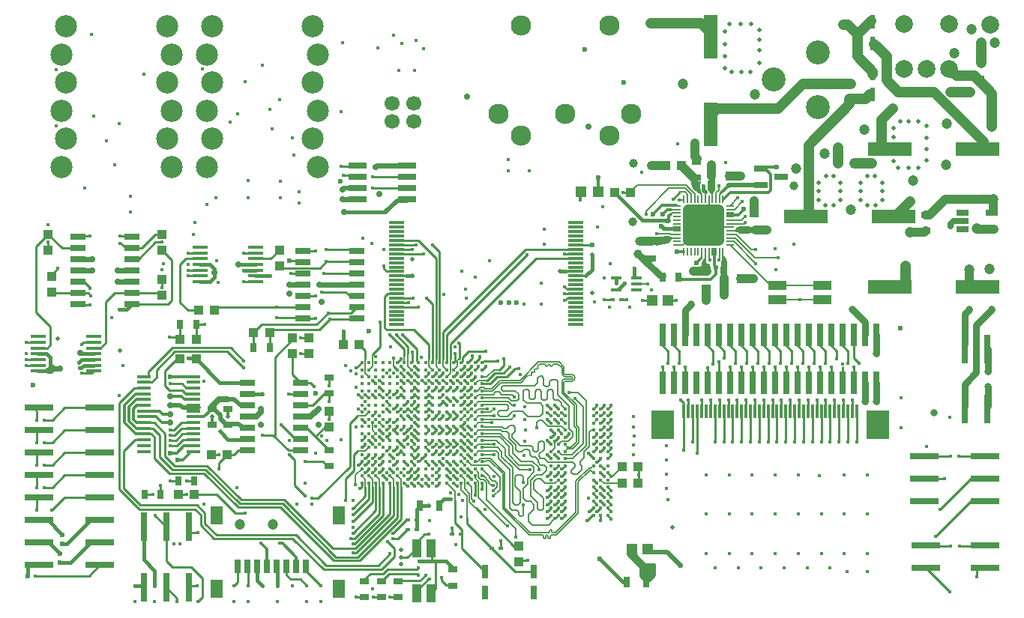
<source format=gbr>
G04 Layer_Physical_Order=1*
G04 Layer_Color=255*
%FSLAX45Y45*%
%MOMM*%
%TF.FileFunction,Copper,L1,Top,Signal*%
%TF.Part,Single*%
G01*
G75*
%TA.AperFunction,Conductor*%
%ADD10C,0.13000*%
%TA.AperFunction,SMDPad,CuDef*%
%ADD11R,1.20000X0.40000*%
%ADD12R,1.70000X0.30000*%
%ADD13R,1.14300X1.27000*%
%ADD14R,0.80000X1.20000*%
%ADD15R,1.00000X1.00000*%
%ADD16R,1.00000X1.00000*%
%ADD17R,0.80000X1.00000*%
%TA.AperFunction,BGAPad,CuDef*%
%ADD18C,0.40000*%
%TA.AperFunction,SMDPad,CuDef*%
%ADD19R,0.55000X0.45000*%
%ADD20R,1.00000X0.80000*%
%ADD21R,1.50000X0.60000*%
%ADD22R,1.70000X0.70000*%
%ADD23R,2.00000X0.70000*%
%ADD24R,1.70000X0.40000*%
%ADD25R,0.80000X2.50000*%
%ADD26R,1.50000X0.70000*%
%ADD27R,3.70000X3.70000*%
%ADD28R,0.85000X0.19000*%
%ADD29R,0.19000X0.85000*%
%ADD30R,1.40000X0.70000*%
%ADD31R,0.60000X1.50000*%
%ADD32R,1.45000X2.00000*%
%ADD33R,0.80000X1.50000*%
%ADD34R,0.30000X1.50000*%
%ADD35R,2.50000X3.20000*%
%ADD36R,1.50000X5.00000*%
%ADD37R,5.00000X1.50000*%
%ADD38R,3.20000X0.80000*%
%ADD39R,0.80000X3.20000*%
%ADD40R,1.60000X0.35000*%
%ADD41R,2.00000X1.00000*%
%ADD42R,1.20000X1.20000*%
%ADD43R,1.00000X2.00000*%
%TA.AperFunction,BGAPad,CuDef*%
%ADD44C,0.45000*%
%TA.AperFunction,SMDPad,CuDef*%
%ADD45R,0.70000X1.60000*%
%TA.AperFunction,Conductor*%
%ADD46C,0.50000*%
%ADD47C,0.40000*%
%ADD48C,0.25000*%
%ADD49C,0.15000*%
%ADD50C,0.18400*%
%ADD51C,0.14000*%
%ADD52C,0.60000*%
%ADD53C,1.00000*%
%ADD54C,0.20000*%
%ADD55C,0.30000*%
%ADD56C,1.20000*%
%ADD57C,0.35000*%
%ADD58C,0.34200*%
%ADD59C,0.13400*%
%ADD60C,0.80000*%
%ADD61C,0.18300*%
%ADD62C,0.10000*%
%ADD63C,0.70000*%
%ADD64C,1.40000*%
%ADD65C,0.25400*%
%TA.AperFunction,ViaPad*%
%ADD66C,2.00000*%
%TA.AperFunction,ComponentPad*%
%ADD67C,2.50000*%
%ADD68C,1.70000*%
%ADD69C,2.30000*%
%ADD70C,2.70000*%
%ADD71C,2.00000*%
%TA.AperFunction,ViaPad*%
%ADD72C,0.80000*%
%ADD73C,0.70000*%
%ADD74C,0.40000*%
%ADD75C,0.50000*%
%ADD76C,0.60000*%
%ADD77C,1.20000*%
%ADD78C,1.00000*%
G36*
X10049999Y11000000D02*
Y10980000D01*
X10040000Y10950000D01*
X10010000Y10930000D01*
X9870000Y10902000D01*
Y10980000D01*
X9828000D01*
X9820000Y11000000D01*
X9930000D01*
X10000000Y11010000D01*
X10049999Y11000000D01*
D02*
G37*
G36*
X10439999Y10710000D02*
X10480000Y10690000D01*
X10488000Y10650000D01*
X10390000D01*
Y10581666D01*
X10370000Y10570000D01*
X10390000Y10710000D01*
X10409999Y10739999D01*
X10419999Y10770000D01*
X10439999D01*
Y10710000D01*
D02*
G37*
G36*
X10670000Y10750000D02*
X10679999Y10720000D01*
X10679999Y10580000D01*
X10600000D01*
Y10510000D01*
X10599999D01*
X10599999Y10629989D01*
X10610000Y10700000D01*
X10619999Y10770000D01*
X10640000Y10790000D01*
X10670000Y10750000D01*
D02*
G37*
G36*
X10540000Y11530000D02*
X10530000Y11520000D01*
X10520000Y11490000D01*
X10500000D01*
X10469999Y11510000D01*
X10460000Y11540000D01*
X10460000Y11740000D01*
X10460000D01*
Y11640000D01*
X10540000D01*
Y11740000D01*
X10540000Y11530000D01*
D02*
G37*
G36*
X10342700Y11630000D02*
X10380000D01*
D01*
X10380000D01*
X10370000Y11580000D01*
X10380000Y11510000D01*
X10350000Y11500000D01*
X10299999Y11540000D01*
X10280000Y11570000D01*
X10263096Y11647619D01*
X10280000Y11645071D01*
Y11630000D01*
X10317300D01*
Y11670000D01*
X10342700D01*
Y11630000D01*
D02*
G37*
G36*
X11030000Y11120000D02*
X10930000D01*
Y11040000D01*
X11030000D01*
Y11040000D01*
X10810000Y11040000D01*
X10800000Y11049999D01*
X10770000Y11060000D01*
Y11080000D01*
X10790000Y11110000D01*
X10830000Y11120000D01*
X11030000Y11120000D01*
D02*
G37*
D10*
X8604027Y7621500D02*
G03*
X8591027Y7634500I-13000J0D01*
G01*
X8604027Y7599755D02*
G03*
X8617027Y7586755I13000J0D01*
G01*
D02*
G03*
X8630027Y7599755I0J13000D01*
G01*
X8643027Y7634500D02*
G03*
X8630027Y7621500I0J-13000D01*
G01*
X8656027D02*
G03*
X8643027Y7634500I-13000J0D01*
G01*
X8656027Y7599755D02*
G03*
X8669027Y7586755I13000J0D01*
G01*
D02*
G03*
X8682027Y7599755I0J13000D01*
G01*
X8695027Y7634500D02*
G03*
X8682027Y7621500I0J-13000D01*
G01*
X8662500Y7657500D02*
G03*
X8672500Y7667500I0J10000D01*
G01*
X8685500Y7694793D02*
G03*
X8672500Y7681793I0J-13000D01*
G01*
X8698500D02*
G03*
X8685500Y7694793I-13000J0D01*
G01*
X8698500Y7670500D02*
G03*
X8711500Y7657500I13000J0D01*
G01*
X8624500Y9552000D02*
G03*
X8611500Y9565000I-13000J0D01*
G01*
X8624500Y9548721D02*
G03*
X8637500Y9535721I13000J0D01*
G01*
D02*
G03*
X8650500Y9548721I0J13000D01*
G01*
X8663500Y9565000D02*
G03*
X8650500Y9552000I0J-13000D01*
G01*
X8676500D02*
G03*
X8663500Y9565000I-13000J0D01*
G01*
X8676500Y9548721D02*
G03*
X8689500Y9535721I13000J0D01*
G01*
D02*
G03*
X8702500Y9548721I0J13000D01*
G01*
X8715500Y9565000D02*
G03*
X8702500Y9552000I0J-13000D01*
G01*
X8446718Y9436307D02*
G03*
X8428334Y9436307I-9192J-9192D01*
G01*
X8449037Y9433988D02*
G03*
X8467422Y9433988I9192J9192D01*
G01*
D02*
G03*
X8467422Y9452373I-9192J9192D01*
G01*
X8465103Y9473076D02*
G03*
X8465103Y9454692I9192J-9192D01*
G01*
X8483488Y9473076D02*
G03*
X8465103Y9473076I-9192J-9192D01*
G01*
X8485807Y9470758D02*
G03*
X8504191Y9470758I9192J9192D01*
G01*
D02*
G03*
X8504191Y9489143I-9192J9192D01*
G01*
X8501873Y9509846D02*
G03*
X8501873Y9491461I9192J-9192D01*
G01*
X8520258Y9509846D02*
G03*
X8501873Y9509846I-9192J-9192D01*
G01*
X8522576Y9507528D02*
G03*
X8540961Y9507528I9192J9192D01*
G01*
D02*
G03*
X8540961Y9525912I-9192J9192D01*
G01*
X8538643Y9546615D02*
G03*
X8538643Y9528231I9192J-9192D01*
G01*
X8848500Y9395763D02*
G03*
X8812500Y9359763I0J-36000D01*
G01*
Y9457763D02*
G03*
X8848500Y9421763I36000J0D01*
G01*
X8921736Y9395763D02*
G03*
X8934736Y9408763I0J13000D01*
G01*
D02*
G03*
X8921736Y9421763I-13000J0D01*
G01*
X8848500Y9372763D02*
G03*
X8835500Y9359763I0J-13000D01*
G01*
Y9457763D02*
G03*
X8848500Y9444763I13000J0D01*
G01*
X8921736Y9372763D02*
G03*
X8957736Y9408763I0J36000D01*
G01*
D02*
G03*
X8921736Y9444763I-36000J0D01*
G01*
X9139482Y8364020D02*
X9167982Y8335520D01*
X9125000Y8364020D02*
X9139482D01*
X8992500Y8231520D02*
X9125000Y8364020D01*
X8992500Y7879974D02*
Y8231520D01*
X8747027Y7634500D02*
X8992500Y7879974D01*
X8440473Y7634500D02*
X8582500D01*
X8591027D01*
X8604027Y7599755D02*
Y7621500D01*
X8630027Y7599755D02*
Y7621500D01*
X8656027Y7599755D02*
Y7621500D01*
X8682027Y7599755D02*
Y7621500D01*
X8695027Y7634500D02*
X8708027D01*
X8734027D01*
X8747027D01*
X8142000Y7932973D02*
X8440473Y7634500D01*
X8142000Y7932973D02*
Y8328000D01*
X7995000Y8475000D02*
X8142000Y8328000D01*
X7954000Y8475000D02*
X7995000D01*
X7939000Y8460000D02*
X7954000Y8475000D01*
X9139482Y8387020D02*
X9167982Y8415520D01*
X9115474Y8387020D02*
X9139482D01*
X8969500Y8241047D02*
X9115474Y8387020D01*
X8969500Y7889501D02*
Y8241047D01*
X8737500Y7657500D02*
X8969500Y7889501D01*
X8672500Y7667500D02*
Y7681793D01*
X8698500Y7670500D02*
Y7681793D01*
X8711500Y7657500D02*
X8724500D01*
X8737500D01*
X8165000Y7942500D02*
X8450000Y7657500D01*
X8165000Y7942500D02*
Y8337527D01*
X8004527Y8498000D02*
X8165000Y8337527D01*
X7962500Y8498000D02*
X8004527D01*
X8767500Y9565000D02*
X8812500Y9520000D01*
X8557027Y9565000D02*
X8572500D01*
X8598500D01*
X8611500D01*
X8624500Y9548721D02*
Y9552000D01*
X8650500Y9548721D02*
Y9552000D01*
X8676500Y9548721D02*
Y9552000D01*
X8702500Y9548721D02*
Y9552000D01*
X8715500Y9565000D02*
X8728500D01*
X8754500D01*
X8767500D01*
X8347027Y9355000D02*
X8411013Y9418986D01*
X8419142Y9427115D01*
X8428334Y9436307D01*
X8446718D02*
X8449037Y9433988D01*
X8465103Y9454692D02*
X8467422Y9452373D01*
X8465103Y9473076D02*
X8465103Y9473077D01*
X8483488D02*
X8485807Y9470758D01*
X8501873Y9491461D02*
X8504192Y9489143D01*
X8501873Y9509846D02*
X8501873Y9509846D01*
X8520258D02*
X8522576Y9507528D01*
X8538642Y9528231D02*
X8540961Y9525912D01*
X8538642Y9546615D02*
X8547835Y9555808D01*
X8557027Y9565000D01*
X8120027Y9355000D02*
X8347027D01*
X8025027Y9260000D02*
X8120027Y9355000D01*
X7939000Y9260000D02*
X8025027D01*
X8002745Y9019985D02*
X8042801Y9060016D01*
X7910010Y9019985D02*
X8002745D01*
X9167982Y8975521D02*
X9168021D01*
X7830000Y9020000D02*
X7870041Y9060041D01*
X7966576D01*
X7910000Y9260000D02*
X7939000D01*
X7939000Y9260000D01*
X7830000Y9260000D02*
X7859000D01*
X7871000Y9272000D01*
Y9276154D01*
X8847981Y8655521D02*
X8876765Y8626737D01*
X7871000Y9276154D02*
X7893846Y9299000D01*
X7926155D01*
X7942155Y9283000D01*
X8847981Y8575521D02*
X8876198Y8603737D01*
X7942155Y9283000D02*
X8015500D01*
X8110500Y9378000D01*
X8337500D01*
X8547500Y9588000D02*
X8777027D01*
X8835500Y9529527D01*
X8812500Y9232973D02*
X8949500Y9095973D01*
X8835500Y9242500D02*
X8972500Y9105500D01*
X8949500Y8862973D02*
Y9095973D01*
X8972500Y8872500D02*
Y9105500D01*
X8949500Y8862973D02*
X8977500Y8834974D01*
X8972500Y8872500D02*
X9000500Y8844500D01*
X8977500Y8685000D02*
Y8834974D01*
X9000500Y8675473D02*
Y8844500D01*
X8919237Y8626737D02*
X8977500Y8685000D01*
X8928764Y8603737D02*
X9000500Y8675473D01*
X8876765Y8626737D02*
X8919237D01*
X8876198Y8603737D02*
X8928764D01*
X7830000Y8460000D02*
X7859000D01*
X7871000Y8472000D01*
Y8476154D01*
X7893846Y8499000D01*
X7961500D01*
X7962500Y8498000D01*
X7910000Y8460000D02*
X7939000D01*
X8337500Y9378000D02*
X8547500Y9588000D01*
X9167982Y8975521D02*
X9207961Y9015500D01*
X9167982Y8895521D02*
Y8896202D01*
X8812500Y9359763D02*
X8812500Y9232973D01*
X8812500Y9457763D02*
Y9457763D01*
X8812500Y9520000D01*
X8848500Y9395763D02*
X8921736D01*
X8848500Y9421763D02*
X8921736D01*
X8450000Y7657500D02*
X8662500D01*
X8835500Y9242500D02*
Y9359763D01*
Y9457763D02*
Y9529527D01*
X8848500Y9372763D02*
X8921736D01*
X8848500Y9444763D02*
X8921736D01*
X9167982Y8896202D02*
X9207640Y8935860D01*
D11*
X9656520Y10405000D02*
D03*
Y10470000D02*
D03*
Y10535000D02*
D03*
X9423480D02*
D03*
Y10405000D02*
D03*
D12*
X8970000Y10010000D02*
D03*
Y10060000D02*
D03*
Y10110000D02*
D03*
Y10160000D02*
D03*
Y10210000D02*
D03*
Y10260000D02*
D03*
Y10310000D02*
D03*
Y10360000D02*
D03*
Y10410000D02*
D03*
Y10460000D02*
D03*
Y10510000D02*
D03*
Y10560000D02*
D03*
Y10610000D02*
D03*
Y10660000D02*
D03*
Y10710000D02*
D03*
Y10760000D02*
D03*
Y10810000D02*
D03*
Y10860000D02*
D03*
Y10910000D02*
D03*
Y10960000D02*
D03*
Y11010000D02*
D03*
Y11060000D02*
D03*
Y11110000D02*
D03*
Y11160000D02*
D03*
X6940000Y10010000D02*
D03*
Y10060000D02*
D03*
Y10110000D02*
D03*
Y10160000D02*
D03*
Y10210000D02*
D03*
Y10260000D02*
D03*
Y10310000D02*
D03*
Y10360000D02*
D03*
Y10410000D02*
D03*
Y10460000D02*
D03*
Y10510000D02*
D03*
Y10560000D02*
D03*
Y10610000D02*
D03*
Y10660000D02*
D03*
Y10710000D02*
D03*
Y10760000D02*
D03*
Y10810000D02*
D03*
Y10860000D02*
D03*
Y10910000D02*
D03*
Y10960000D02*
D03*
Y11010000D02*
D03*
Y11060000D02*
D03*
Y11110000D02*
D03*
Y11160000D02*
D03*
D13*
X9601688Y7471270D02*
D03*
X9779488D02*
D03*
X9826688Y10281270D02*
D03*
X10004488D02*
D03*
D14*
X9540000Y7101270D02*
D03*
X9760000D02*
D03*
X7210000Y7960000D02*
D03*
X7430000D02*
D03*
D15*
X9493000Y8405000D02*
D03*
X9673000D02*
D03*
X4680000Y9840000D02*
D03*
X4500000D02*
D03*
X5510000Y9920000D02*
D03*
X5330000D02*
D03*
X4890000Y10170000D02*
D03*
X4710000D02*
D03*
X10160000Y11810000D02*
D03*
X9980000D02*
D03*
X5030000Y8540000D02*
D03*
X4850000D02*
D03*
X4680000Y9620000D02*
D03*
X4500000D02*
D03*
X5950000Y9860000D02*
D03*
X5770000D02*
D03*
X5950000Y9680000D02*
D03*
X5770000D02*
D03*
X4660000Y8090000D02*
D03*
X4480000D02*
D03*
X9407500Y11505000D02*
D03*
X9587500D02*
D03*
X9491000Y8215000D02*
D03*
X9671000D02*
D03*
X6520000Y9787500D02*
D03*
X6340000D02*
D03*
D16*
X8322500Y7327500D02*
D03*
Y7507500D02*
D03*
X4290000Y10340000D02*
D03*
Y10520001D02*
D03*
X3010000Y11030000D02*
D03*
Y10850000D02*
D03*
X4290000Y11030000D02*
D03*
Y10850000D02*
D03*
X3045000Y10375000D02*
D03*
Y10555000D02*
D03*
X5620000Y10670000D02*
D03*
Y10850000D02*
D03*
X6180000Y9030000D02*
D03*
Y8850000D02*
D03*
D17*
X4500000Y10010000D02*
D03*
X4680000D02*
D03*
X5330000Y9750000D02*
D03*
X5510000D02*
D03*
X9950000Y10550000D02*
D03*
X10130000D02*
D03*
X12110000Y11830000D02*
D03*
X11930000D02*
D03*
X4480000Y8240000D02*
D03*
X4660000D02*
D03*
X4100000Y8090000D02*
D03*
X4280000D02*
D03*
X10690000Y11690000D02*
D03*
X10510000D02*
D03*
X10640000Y10530000D02*
D03*
X10820000D02*
D03*
D18*
X9247982Y8415520D02*
D03*
X9327982Y7855520D02*
D03*
Y7935520D02*
D03*
Y8015520D02*
D03*
Y8095520D02*
D03*
Y8175520D02*
D03*
Y8255520D02*
D03*
Y8335520D02*
D03*
Y8415520D02*
D03*
Y8495520D02*
D03*
Y8575521D02*
D03*
Y8655521D02*
D03*
Y8735521D02*
D03*
Y8815521D02*
D03*
Y8895521D02*
D03*
Y8975521D02*
D03*
Y9055521D02*
D03*
X9247982Y7855520D02*
D03*
Y7935520D02*
D03*
Y8015520D02*
D03*
Y8095520D02*
D03*
Y8175520D02*
D03*
Y8255520D02*
D03*
Y8335520D02*
D03*
Y8495520D02*
D03*
Y8575521D02*
D03*
Y8655521D02*
D03*
Y8735521D02*
D03*
Y8815521D02*
D03*
Y8895521D02*
D03*
Y8975521D02*
D03*
Y9055521D02*
D03*
X9167982Y7855520D02*
D03*
Y7935520D02*
D03*
Y8015520D02*
D03*
Y8095520D02*
D03*
Y8175520D02*
D03*
Y8255520D02*
D03*
Y8495520D02*
D03*
Y8575521D02*
D03*
Y8655521D02*
D03*
Y8735521D02*
D03*
Y8815521D02*
D03*
Y8895521D02*
D03*
Y8975521D02*
D03*
Y9055521D02*
D03*
X8847981Y7855520D02*
D03*
Y7935520D02*
D03*
Y8015520D02*
D03*
Y8095520D02*
D03*
Y8175520D02*
D03*
Y8255520D02*
D03*
Y8335520D02*
D03*
Y8415520D02*
D03*
Y8495520D02*
D03*
Y8735521D02*
D03*
Y8815521D02*
D03*
Y8895521D02*
D03*
Y8975521D02*
D03*
Y9055521D02*
D03*
X8767981Y7855520D02*
D03*
Y7935520D02*
D03*
Y8015520D02*
D03*
Y8095520D02*
D03*
Y8175520D02*
D03*
Y8255520D02*
D03*
Y8335520D02*
D03*
Y8415520D02*
D03*
Y8495520D02*
D03*
Y8575521D02*
D03*
Y8655521D02*
D03*
Y8735521D02*
D03*
Y8815521D02*
D03*
Y8895521D02*
D03*
Y8975521D02*
D03*
Y9055521D02*
D03*
X8687981Y7855520D02*
D03*
Y7935520D02*
D03*
Y8015520D02*
D03*
Y8095520D02*
D03*
Y8175520D02*
D03*
Y8255520D02*
D03*
Y8335520D02*
D03*
Y8415520D02*
D03*
Y8495520D02*
D03*
Y8575521D02*
D03*
Y8655521D02*
D03*
Y8735521D02*
D03*
Y8815521D02*
D03*
Y8895521D02*
D03*
Y8975521D02*
D03*
Y9055521D02*
D03*
X8847981Y8655521D02*
D03*
Y8575521D02*
D03*
X9167982Y8415520D02*
D03*
Y8335520D02*
D03*
D19*
X7068270Y7804348D02*
D03*
X7169870D02*
D03*
X7068399Y7690000D02*
D03*
X7170000D02*
D03*
X7670800Y7642500D02*
D03*
X7569200D02*
D03*
X8016700Y7482500D02*
D03*
X8118300D02*
D03*
X9381700Y10292500D02*
D03*
X9483300D02*
D03*
D20*
X6960000Y7110000D02*
D03*
Y6930000D02*
D03*
X6770000Y7110000D02*
D03*
Y6930000D02*
D03*
X6580000Y7110000D02*
D03*
Y6930000D02*
D03*
X9820000Y10760000D02*
D03*
Y10940000D02*
D03*
X10330000Y11850000D02*
D03*
Y11670000D02*
D03*
X12920000Y11250000D02*
D03*
Y11070000D02*
D03*
X4860000Y9060000D02*
D03*
Y8880000D02*
D03*
X5040000Y9060000D02*
D03*
Y8880000D02*
D03*
X6180000Y8410000D02*
D03*
Y8590000D02*
D03*
Y9410000D02*
D03*
Y9230000D02*
D03*
X10980000Y11080000D02*
D03*
Y11260000D02*
D03*
X10439999Y10610000D02*
D03*
Y10430000D02*
D03*
X7580000Y7240000D02*
D03*
Y7060000D02*
D03*
D21*
X12999921Y12630000D02*
D03*
X13240080D02*
D03*
D22*
X6492260Y10840999D02*
D03*
Y10713999D02*
D03*
Y10586999D02*
D03*
Y10459999D02*
D03*
Y10332999D02*
D03*
Y10205999D02*
D03*
Y10078999D02*
D03*
X5887740D02*
D03*
Y10205999D02*
D03*
Y10332999D02*
D03*
Y10459999D02*
D03*
Y10586999D02*
D03*
Y10713999D02*
D03*
Y10840999D02*
D03*
X3952259Y11001000D02*
D03*
Y10874000D02*
D03*
Y10747000D02*
D03*
Y10620000D02*
D03*
Y10493000D02*
D03*
Y10366000D02*
D03*
Y10239000D02*
D03*
X3347739D02*
D03*
Y10366000D02*
D03*
Y10493000D02*
D03*
Y10620000D02*
D03*
Y10747000D02*
D03*
Y10874000D02*
D03*
Y11001000D02*
D03*
X5257740Y9351000D02*
D03*
Y9224000D02*
D03*
Y9097000D02*
D03*
Y8970000D02*
D03*
Y8843000D02*
D03*
Y8716000D02*
D03*
Y8589000D02*
D03*
X5862260D02*
D03*
Y8716000D02*
D03*
Y8843000D02*
D03*
Y8970000D02*
D03*
Y9097000D02*
D03*
Y9224000D02*
D03*
Y9351000D02*
D03*
D23*
X6500600Y11423000D02*
D03*
Y11550000D02*
D03*
Y11677000D02*
D03*
Y11804000D02*
D03*
X7059400D02*
D03*
Y11677000D02*
D03*
Y11550000D02*
D03*
Y11423000D02*
D03*
D24*
X5352420Y10495000D02*
D03*
Y10560000D02*
D03*
Y10625000D02*
D03*
Y10690000D02*
D03*
Y10755000D02*
D03*
Y10820000D02*
D03*
Y10885000D02*
D03*
X4727580Y10885000D02*
D03*
Y10820000D02*
D03*
Y10755000D02*
D03*
Y10690000D02*
D03*
Y10625000D02*
D03*
Y10560000D02*
D03*
Y10495000D02*
D03*
X3522420Y9485000D02*
D03*
Y9550000D02*
D03*
Y9615000D02*
D03*
Y9680000D02*
D03*
Y9745000D02*
D03*
Y9810000D02*
D03*
Y9875000D02*
D03*
X2897580Y9875000D02*
D03*
Y9810000D02*
D03*
Y9745000D02*
D03*
Y9680000D02*
D03*
Y9615000D02*
D03*
Y9550000D02*
D03*
Y9485000D02*
D03*
D25*
X9946000Y9350000D02*
D03*
X11978000D02*
D03*
X12105000D02*
D03*
X11851000D02*
D03*
X11724000D02*
D03*
X11597000D02*
D03*
X11470000D02*
D03*
X11343000D02*
D03*
X11216000D02*
D03*
X11089000D02*
D03*
X10962000D02*
D03*
X10835000D02*
D03*
X10708000D02*
D03*
X10581000D02*
D03*
X10454000D02*
D03*
X10327000D02*
D03*
X10200000D02*
D03*
X10073000D02*
D03*
X9946000Y9890000D02*
D03*
X10073000D02*
D03*
X10200000D02*
D03*
X10327000D02*
D03*
X10454000D02*
D03*
X10581000D02*
D03*
X10708000D02*
D03*
X10835000D02*
D03*
X10962000D02*
D03*
X11089000D02*
D03*
X11216000D02*
D03*
X11343000D02*
D03*
X11470000D02*
D03*
X11597000D02*
D03*
X11724000D02*
D03*
X11978000D02*
D03*
X12105000D02*
D03*
X11851000D02*
D03*
X12232000Y9350000D02*
D03*
Y9890000D02*
D03*
X12359000D02*
D03*
Y9350000D02*
D03*
D26*
X11285570Y11680000D02*
D03*
X11054430Y11584750D02*
D03*
Y11775250D02*
D03*
D27*
X10409999Y11130000D02*
D03*
D28*
X10112499Y11350000D02*
D03*
Y11310000D02*
D03*
Y11270000D02*
D03*
Y11230000D02*
D03*
Y11190000D02*
D03*
Y11150000D02*
D03*
Y11110000D02*
D03*
Y11070000D02*
D03*
Y11030000D02*
D03*
Y10990000D02*
D03*
Y10950000D02*
D03*
Y10910000D02*
D03*
X10707500D02*
D03*
Y10950000D02*
D03*
Y10990000D02*
D03*
Y11030000D02*
D03*
Y11070000D02*
D03*
Y11110000D02*
D03*
Y11150000D02*
D03*
Y11190000D02*
D03*
Y11230000D02*
D03*
Y11270000D02*
D03*
Y11310000D02*
D03*
Y11350000D02*
D03*
D29*
X10189999Y10832500D02*
D03*
X10230000D02*
D03*
X10270000D02*
D03*
X10309999D02*
D03*
X10350000D02*
D03*
X10390000D02*
D03*
X10429999D02*
D03*
X10469999D02*
D03*
X10510000D02*
D03*
X10549999D02*
D03*
X10589999D02*
D03*
X10630000D02*
D03*
Y11427500D02*
D03*
X10589999D02*
D03*
X10549999D02*
D03*
X10510000D02*
D03*
X10469999D02*
D03*
X10429999D02*
D03*
X10390000D02*
D03*
X10350000D02*
D03*
X10309999D02*
D03*
X10270000D02*
D03*
X10230000D02*
D03*
X10189999D02*
D03*
D30*
X13332300Y11275000D02*
D03*
Y11180000D02*
D03*
Y11085000D02*
D03*
X13667700D02*
D03*
Y11275000D02*
D03*
D31*
X13560001Y12990080D02*
D03*
Y12749920D02*
D03*
X12320000Y13430080D02*
D03*
Y13189920D02*
D03*
Y12850079D02*
D03*
Y12609920D02*
D03*
D32*
X6287500Y7020000D02*
D03*
X4912500D02*
D03*
Y7850000D02*
D03*
X6287500D02*
D03*
D33*
X5920000Y7280000D02*
D03*
X5150000D02*
D03*
X5810000D02*
D03*
X5480000D02*
D03*
X5590000D02*
D03*
X5370000D02*
D03*
X5260000D02*
D03*
X5700000D02*
D03*
D34*
X10190000Y9030000D02*
D03*
X10240000D02*
D03*
X10290000D02*
D03*
X10340000D02*
D03*
X10390000D02*
D03*
X10440000D02*
D03*
X10490000D02*
D03*
X10540000D02*
D03*
X10590000D02*
D03*
X10640000D02*
D03*
X10690000D02*
D03*
X10740000D02*
D03*
X10790000D02*
D03*
X10840000D02*
D03*
X10890000D02*
D03*
X10940000D02*
D03*
X10990000D02*
D03*
X11040000D02*
D03*
X11090000D02*
D03*
X11140000D02*
D03*
X11190000D02*
D03*
X11240000D02*
D03*
X11290000D02*
D03*
X11340000D02*
D03*
X11390000D02*
D03*
X11440000D02*
D03*
X11490000D02*
D03*
X11540000D02*
D03*
X11590000D02*
D03*
X11640000D02*
D03*
X11690000D02*
D03*
X11740000D02*
D03*
X11790000D02*
D03*
X11840000D02*
D03*
X11890000D02*
D03*
X11940000D02*
D03*
X11990000D02*
D03*
X12040000D02*
D03*
X12090000D02*
D03*
X12140000D02*
D03*
D35*
X9948700Y8877600D02*
D03*
X12381300D02*
D03*
D36*
X10490000Y13260600D02*
D03*
Y12270000D02*
D03*
D37*
X13505299Y11990000D02*
D03*
X12514700D02*
D03*
X13505299Y10440000D02*
D03*
X12514700D02*
D03*
X11564700Y11230000D02*
D03*
X12555300D02*
D03*
D38*
X3592900Y7545000D02*
D03*
Y7291000D02*
D03*
X2907100Y7545000D02*
D03*
Y7291000D02*
D03*
X3592900Y8307000D02*
D03*
Y8053000D02*
D03*
Y7799000D02*
D03*
X2907100Y8307000D02*
D03*
Y8053000D02*
D03*
Y7799000D02*
D03*
Y8561000D02*
D03*
Y8815000D02*
D03*
Y9069000D02*
D03*
X3592900Y8561000D02*
D03*
Y8815000D02*
D03*
Y9069000D02*
D03*
X13590199Y7517000D02*
D03*
Y7263000D02*
D03*
X12917101D02*
D03*
Y7517000D02*
D03*
X13592900Y8524000D02*
D03*
Y8270000D02*
D03*
Y8016000D02*
D03*
X12907100Y8524000D02*
D03*
Y8270000D02*
D03*
Y8016000D02*
D03*
D39*
X4594000Y7037100D02*
D03*
X4340000D02*
D03*
X4086000D02*
D03*
X4594000Y7722900D02*
D03*
X4340000D02*
D03*
X4086000D02*
D03*
X13363000Y9057100D02*
D03*
X13617000D02*
D03*
Y9730200D02*
D03*
X13363000D02*
D03*
D40*
X4090000Y8902500D02*
D03*
Y8772500D02*
D03*
Y8642499D02*
D03*
Y8577499D02*
D03*
Y8707499D02*
D03*
Y8837500D02*
D03*
Y9422501D02*
D03*
Y9292501D02*
D03*
Y9162500D02*
D03*
Y9032500D02*
D03*
Y8967500D02*
D03*
Y9097500D02*
D03*
Y9227500D02*
D03*
Y9357501D02*
D03*
X4650000Y8577499D02*
D03*
Y8642499D02*
D03*
Y8967500D02*
D03*
Y9097500D02*
D03*
Y9162500D02*
D03*
Y9032500D02*
D03*
Y8772500D02*
D03*
Y8902500D02*
D03*
Y8837500D02*
D03*
Y8707499D02*
D03*
Y9292501D02*
D03*
Y9422501D02*
D03*
Y9357501D02*
D03*
Y9227500D02*
D03*
D41*
X11754000Y10290000D02*
D03*
Y10450000D02*
D03*
X11246000Y10290000D02*
D03*
Y10450000D02*
D03*
D42*
X9022500Y11512500D02*
D03*
X9222500D02*
D03*
D43*
X7330000Y7484000D02*
D03*
X7170000D02*
D03*
X7330000Y6976000D02*
D03*
X7170000D02*
D03*
D44*
X6550000Y9580000D02*
D03*
X6630000D02*
D03*
X6710000D02*
D03*
X6790000D02*
D03*
X6870000D02*
D03*
X6950000D02*
D03*
X7030000D02*
D03*
X7110000D02*
D03*
X7190000D02*
D03*
X7270000D02*
D03*
X7350000D02*
D03*
X7430000D02*
D03*
X7510000D02*
D03*
X7590000D02*
D03*
X7670000D02*
D03*
X7750000D02*
D03*
X7830000D02*
D03*
X7910000D02*
D03*
X6550000Y9500000D02*
D03*
X6630000D02*
D03*
X6710000D02*
D03*
X6790000D02*
D03*
X6870000D02*
D03*
X6950000D02*
D03*
X7030000D02*
D03*
X7110000D02*
D03*
X7190000D02*
D03*
X7270000D02*
D03*
X7350000D02*
D03*
X7430000D02*
D03*
X7510000D02*
D03*
X7590000D02*
D03*
X7670000D02*
D03*
X7750000D02*
D03*
X7830000D02*
D03*
X7910000D02*
D03*
X6550000Y9420000D02*
D03*
X6630000D02*
D03*
X6710000D02*
D03*
X6790000D02*
D03*
X6870000D02*
D03*
X6950000D02*
D03*
X7030000D02*
D03*
X7110000D02*
D03*
X7190000D02*
D03*
X7270000D02*
D03*
X7350000D02*
D03*
X7430000D02*
D03*
X7510000D02*
D03*
X7590000D02*
D03*
X7670000D02*
D03*
X7750000D02*
D03*
X7830000D02*
D03*
X7910000D02*
D03*
X6550000Y9340000D02*
D03*
X6630000D02*
D03*
X6710000D02*
D03*
X6790000D02*
D03*
X6870000D02*
D03*
X6950000D02*
D03*
X7030000D02*
D03*
X7110000D02*
D03*
X7190000D02*
D03*
X7270000D02*
D03*
X7350000D02*
D03*
X7430000D02*
D03*
X7510000D02*
D03*
X7590000D02*
D03*
X7670000D02*
D03*
X7750000D02*
D03*
X7830000D02*
D03*
X7910000D02*
D03*
X6550000Y9260000D02*
D03*
X6630000D02*
D03*
X6710000D02*
D03*
X6790000D02*
D03*
X6870000D02*
D03*
X6950000D02*
D03*
X7030000D02*
D03*
X7110000D02*
D03*
X7190000D02*
D03*
X7270000D02*
D03*
X7350000D02*
D03*
X7430000D02*
D03*
X7510000D02*
D03*
X7590000D02*
D03*
X7670000D02*
D03*
X7750000D02*
D03*
X7830000D02*
D03*
X7910000D02*
D03*
X6550000Y9180000D02*
D03*
X6630000D02*
D03*
X6710000D02*
D03*
X6790000D02*
D03*
X6870000D02*
D03*
X6950000D02*
D03*
X7030000D02*
D03*
X7110000D02*
D03*
X7190000D02*
D03*
X7270000D02*
D03*
X7350000D02*
D03*
X7430000D02*
D03*
X7510000D02*
D03*
X7590000D02*
D03*
X7670000D02*
D03*
X7750000D02*
D03*
X7830000D02*
D03*
X7910000D02*
D03*
X6550000Y9100000D02*
D03*
X6630000D02*
D03*
X6710000D02*
D03*
X6790000D02*
D03*
X6870000D02*
D03*
X6950000D02*
D03*
X7030000D02*
D03*
X7110000D02*
D03*
X7190000D02*
D03*
X7270000D02*
D03*
X7350000D02*
D03*
X7430000D02*
D03*
X7510000D02*
D03*
X7590000D02*
D03*
X7670000D02*
D03*
X7750000D02*
D03*
X7830000D02*
D03*
X7910000D02*
D03*
X6550000Y9020000D02*
D03*
X6630000D02*
D03*
X6710000D02*
D03*
X6790000D02*
D03*
X6870000D02*
D03*
X6950000D02*
D03*
X7030000D02*
D03*
X7110000D02*
D03*
X7190000D02*
D03*
X7270000D02*
D03*
X7350000D02*
D03*
X7430000D02*
D03*
X7510000D02*
D03*
X7590000D02*
D03*
X7670000D02*
D03*
X7750000D02*
D03*
X7830000D02*
D03*
X7910000D02*
D03*
X6550000Y8940000D02*
D03*
X6630000D02*
D03*
X6710000D02*
D03*
X6790000D02*
D03*
X6870000D02*
D03*
X6950000D02*
D03*
X7030000D02*
D03*
X7110000D02*
D03*
X7190000D02*
D03*
X7270000D02*
D03*
X7350000D02*
D03*
X7430000D02*
D03*
X7510000D02*
D03*
X7590000D02*
D03*
X7670000D02*
D03*
X7750000D02*
D03*
X7830000D02*
D03*
X7910000D02*
D03*
X6550000Y8860000D02*
D03*
X6630000D02*
D03*
X6710000D02*
D03*
X6790000D02*
D03*
X6870000D02*
D03*
X6950000D02*
D03*
X7030000D02*
D03*
X7110000D02*
D03*
X7190000D02*
D03*
X7270000D02*
D03*
X7350000D02*
D03*
X7430000D02*
D03*
X7510000D02*
D03*
X7590000D02*
D03*
X7670000D02*
D03*
X7750000D02*
D03*
X7830000D02*
D03*
X7910000D02*
D03*
X6550000Y8780000D02*
D03*
X6630000D02*
D03*
X6710000D02*
D03*
X6790000D02*
D03*
X6870000D02*
D03*
X6950000D02*
D03*
X7030000D02*
D03*
X7110000D02*
D03*
X7190000D02*
D03*
X7270000D02*
D03*
X7350000D02*
D03*
X7430000D02*
D03*
X7510000D02*
D03*
X7590000D02*
D03*
X7670000D02*
D03*
X7750000D02*
D03*
X7830000D02*
D03*
X7910000D02*
D03*
X6550000Y8700000D02*
D03*
X6630000D02*
D03*
X6710000D02*
D03*
X6790000D02*
D03*
X6870000D02*
D03*
X6950000D02*
D03*
X7030000D02*
D03*
X7110000D02*
D03*
X7190000D02*
D03*
X7270000D02*
D03*
X7350000D02*
D03*
X7430000D02*
D03*
X7510000D02*
D03*
X7590000D02*
D03*
X7670000D02*
D03*
X7750000D02*
D03*
X7830000D02*
D03*
X7910000D02*
D03*
X6550000Y8620000D02*
D03*
X6630000D02*
D03*
X6710000D02*
D03*
X6790000D02*
D03*
X6870000D02*
D03*
X6950000D02*
D03*
X7030000D02*
D03*
X7110000D02*
D03*
X7190000D02*
D03*
X7270000D02*
D03*
X7350000D02*
D03*
X7430000D02*
D03*
X7510000D02*
D03*
X7590000D02*
D03*
X7670000D02*
D03*
X7750000D02*
D03*
X7830000D02*
D03*
X7910000D02*
D03*
X6550000Y8540000D02*
D03*
X6630000D02*
D03*
X6710000D02*
D03*
X6790000D02*
D03*
X6870000D02*
D03*
X6950000D02*
D03*
X7030000D02*
D03*
X7110000D02*
D03*
X7190000D02*
D03*
X7270000D02*
D03*
X7350000D02*
D03*
X7430000D02*
D03*
X7510000D02*
D03*
X7590000D02*
D03*
X7670000D02*
D03*
X7750000D02*
D03*
X7830000D02*
D03*
X7910000D02*
D03*
X6550000Y8460000D02*
D03*
X6630000D02*
D03*
X6710000D02*
D03*
X6790000D02*
D03*
X6870000D02*
D03*
X6950000D02*
D03*
X7030000D02*
D03*
X7110000D02*
D03*
X7190000D02*
D03*
X7270000D02*
D03*
X7350000D02*
D03*
X7430000D02*
D03*
X7510000D02*
D03*
X7590000D02*
D03*
X7670000D02*
D03*
X7750000D02*
D03*
X7830000D02*
D03*
X7910000D02*
D03*
X6550000Y8380000D02*
D03*
X6630000D02*
D03*
X6710000D02*
D03*
X6790000D02*
D03*
X6870000D02*
D03*
X6950000D02*
D03*
X7030000D02*
D03*
X7110000D02*
D03*
X7190000D02*
D03*
X7270000D02*
D03*
X7350000D02*
D03*
X7430000D02*
D03*
X7510000D02*
D03*
X7590000D02*
D03*
X7670000D02*
D03*
X7750000D02*
D03*
X7830000D02*
D03*
X7910000D02*
D03*
X6550000Y8300000D02*
D03*
X6630000D02*
D03*
X6710000D02*
D03*
X6790000D02*
D03*
X6870000D02*
D03*
X6950000D02*
D03*
X7030000D02*
D03*
X7110000D02*
D03*
X7190000D02*
D03*
X7270000D02*
D03*
X7350000D02*
D03*
X7430000D02*
D03*
X7510000D02*
D03*
X7590000D02*
D03*
X7670000D02*
D03*
X7750000D02*
D03*
X7830000D02*
D03*
X7910000D02*
D03*
X6550000Y8220000D02*
D03*
X6630000D02*
D03*
X6710000D02*
D03*
X6790000D02*
D03*
X6870000D02*
D03*
X6950000D02*
D03*
X7030000D02*
D03*
X7110000D02*
D03*
X7190000D02*
D03*
X7270000D02*
D03*
X7350000D02*
D03*
X7430000D02*
D03*
X7510000D02*
D03*
X7590000D02*
D03*
X7670000D02*
D03*
X7750000D02*
D03*
X7830000D02*
D03*
X7910000D02*
D03*
D45*
X8495000Y7215000D02*
D03*
X7945000D02*
D03*
X8495000Y6985000D02*
D03*
X7945000D02*
D03*
D46*
X6953000Y11413000D02*
X7059400D01*
X6820000Y11280000D02*
X6953000Y11413000D01*
X5010000Y8890000D02*
X5160000D01*
X9850000Y7250000D02*
X9850000D01*
X9730000Y7250000D02*
X9850000D01*
X9710000Y7170000D02*
X9840000D01*
X9760000Y7120000D02*
X9790000D01*
X10694750Y11584750D02*
X11054430D01*
X9790000Y7120000D02*
X9840000Y7170000D01*
X9850000Y7250000D02*
Y7290000D01*
Y7250000D02*
Y7250000D01*
X9710000Y7200000D02*
X9850000D01*
X9710000D02*
X9710000D01*
Y7270000D01*
Y7170000D02*
Y7200000D01*
X9750000Y7290000D02*
X9850000D01*
X9570000Y7410000D02*
X9710000Y7270000D01*
X9620000Y7420000D02*
X9750000Y7290000D01*
X9790000Y7440000D02*
X10000000D01*
X10150000Y7290000D01*
X9710000Y7170000D02*
X9710000D01*
X9840000D02*
X9850000Y7180000D01*
X9710000Y7170000D02*
X9760000Y7120000D01*
X9850000Y7200000D02*
Y7250000D01*
Y7180000D02*
Y7200000D01*
X10525000Y10850000D02*
X10535000D01*
X10530000Y10810000D02*
X10535000D01*
X10130000Y11084999D02*
Y11094999D01*
X10729999Y11250000D02*
Y11255000D01*
X10689999Y11245000D02*
Y11255000D01*
X6330000Y11540000D02*
X6340000Y11550000D01*
X6500600D01*
X5160000Y8890000D02*
X5190000Y8860000D01*
X4872000Y9066000D02*
X4950000Y8988000D01*
Y8950000D02*
Y8988000D01*
Y8950000D02*
X5010000Y8890000D01*
X4390000Y9100000D02*
X4500000D01*
X4530000Y9070000D01*
X5030000Y9170000D02*
X5110000D01*
X5180000Y9100000D01*
X5210000D01*
X10090000Y11084999D02*
Y11089999D01*
X10525000Y10810000D02*
X10530000D01*
X10729999Y11245000D02*
Y11250000D01*
X4530000Y9070000D02*
X4710000D01*
D47*
X6350000Y11280000D02*
X6820000D01*
X7410000Y7970000D02*
X7480000Y8040000D01*
X9240000Y7360000D02*
X9498730Y7101270D01*
X9419981Y10479979D02*
X9420000Y10527500D01*
X9630000Y10550000D02*
Y10650000D01*
X7169870Y7804348D02*
Y7919870D01*
X9498730Y7101270D02*
X9540000D01*
X5352420Y10560000D02*
X5510000D01*
X4727580Y10495000D02*
X4835000D01*
X4727580Y10690000D02*
X4835000D01*
X4890000Y10635000D01*
Y10600000D02*
Y10635000D01*
X9150000Y10630000D02*
Y10800000D01*
X9080000Y10560000D02*
X9150000Y10630000D01*
X3005000Y7555000D02*
X3140000Y7420000D01*
X7169870Y7700000D02*
Y7804348D01*
X9327981Y8655521D02*
X9327981Y8655520D01*
X7169870Y7919870D02*
X7210000Y7960000D01*
X7310000D01*
X5370000Y7120000D02*
Y7280000D01*
X5600000Y7060000D02*
Y7270000D01*
X4890000Y10550000D02*
Y10600000D01*
X4835000Y10495000D02*
X4890000Y10550000D01*
X5160000Y10690000D02*
X5352420D01*
X2990000Y9680000D02*
X3030000Y9640000D01*
X3355019Y9585019D02*
X3385000Y9615000D01*
X3410000Y9550000D02*
X3522420D01*
X3385000Y9615000D02*
X3522420D01*
X5214839Y10625000D02*
X5352420D01*
X3380000Y9520000D02*
X3410000Y9550000D01*
X3990000Y7060000D02*
X4063100D01*
X3360000Y9520000D02*
X3380000D01*
X3370000Y9690000D02*
X3380000Y9680000D01*
X3522420D01*
X3140000Y7320000D02*
X3260000D01*
X3485000Y7545000D01*
X3592900D01*
X3170000Y7530000D02*
X3216000D01*
X3485000Y7799000D01*
X3005000D02*
X3170000Y7634000D01*
Y7630000D02*
Y7634000D01*
X2897580Y9680000D02*
X2990000D01*
X2897580Y9485000D02*
X2985000D01*
X2907100Y7545000D02*
X3005000D01*
X4086000Y7354000D02*
Y7722900D01*
Y7354000D02*
X4210000Y7230000D01*
Y7060000D02*
Y7230000D01*
X5257740Y9224000D02*
X5430000D01*
X4949000Y9351000D02*
X5257740D01*
X4680000Y9620000D02*
X4949000Y9351000D01*
X4590000Y9630000D02*
X4660000D01*
X5370000Y7120000D02*
X5430000Y7060000D01*
X10410000Y11530000D02*
X10429999Y11510000D01*
X10410000Y11530000D02*
Y11580000D01*
X10079999Y11100000D02*
X10089999Y11090000D01*
X7500000Y7340000D02*
X7570000Y7270000D01*
X7200000Y7340000D02*
X7340000D01*
X7380000D02*
X7500000D01*
X7340000D02*
X7380000D01*
X7050000Y10560000D02*
X7120000D01*
X8790000Y10610000D02*
X8860000D01*
X9930000Y11120000D02*
X9940000D01*
X9960000Y11100000D02*
X10079999D01*
X9940000Y11120000D02*
X9960000Y11100000D01*
X7480000Y8040000D02*
X7555000D01*
X4950000Y8800000D02*
X5040000Y8710000D01*
X9455000Y10415000D02*
X9520000Y10480000D01*
X9407500Y11505000D02*
X9722500Y11190000D01*
X3030000Y9530001D02*
Y9640000D01*
X2985000Y9485000D02*
X3030000Y9530000D01*
X3810000Y10180000D02*
X3893259D01*
X3943259Y10230000D01*
X6340000Y9787500D02*
Y9932500D01*
X5040000Y8710000D02*
X5320000D01*
X9722500Y11190000D02*
X10020000D01*
X2780000Y7172000D02*
Y7302000D01*
D48*
X6990000Y7380000D02*
X7066001D01*
X7170000Y7484000D01*
X7650370Y9625370D02*
Y9805000D01*
X7590000Y9580000D02*
X7600370Y9590370D01*
X7600370Y9682973D01*
X7550000Y9790002D02*
X8520001Y10760000D01*
X7550000Y9620000D02*
X7550000Y9790002D01*
X8520001Y10760000D02*
X8970000Y10760000D01*
X8727999Y8695539D02*
X8767981Y8735521D01*
X6750018Y8420018D02*
X6790000Y8460000D01*
X6670018Y8420018D02*
X6710000Y8460000D01*
X6590018Y8420018D02*
X6630000Y8460000D01*
X6510018Y8420018D02*
X6550000Y8460000D01*
X8646300Y8697202D02*
X8687981Y8655521D01*
X6940000Y10310000D02*
X7132500D01*
X7282500D02*
X7350001Y10242499D01*
X6940000Y10910000D02*
X7167500Y10910000D01*
X7352500D02*
X7430001Y10832499D01*
X7390000Y9620000D02*
X7390001Y10759998D01*
X7190001Y10960000D02*
X7390001Y10759998D01*
X6940000Y10960000D02*
X7190001Y10960000D01*
X7182500Y7190000D02*
X7191250Y7181250D01*
X6760000Y7090000D02*
X6860000Y7190000D01*
X6540000Y7090000D02*
X6644800Y7194800D01*
X7125000Y9595000D02*
Y9700000D01*
X10065000Y11430000D02*
X10145000Y11510000D01*
X7784985Y8825015D02*
X7790000D01*
X7680000Y7480000D02*
Y7695000D01*
X3374840Y9780000D02*
X3404840Y9810000D01*
X7740000Y7760000D02*
X8285000Y7215000D01*
X6190000Y10068999D02*
X6492260D01*
X6960000Y7120000D02*
X7210000D01*
X4140000Y9422501D02*
Y9480000D01*
X6549970Y8940000D02*
X6589970Y8900000D01*
X8727963Y7895541D02*
X8767942Y7935520D01*
X8647963Y7895541D02*
X8687941Y7935520D01*
X9248021Y8895521D02*
X9288000Y8935500D01*
X9207963Y8455542D02*
X9247942Y8495520D01*
X9247982Y8415481D02*
X9287961Y8375502D01*
X7670000Y8860000D02*
X7710000Y8900000D01*
X7602500Y7772500D02*
X7680000Y7695000D01*
Y7480000D02*
X7945000Y7215000D01*
X5987500Y8047500D02*
X6057500D01*
X6415000Y8405000D01*
X6370000Y8020000D02*
Y8270000D01*
X6450000Y7930000D02*
X6590000Y8070000D01*
X5790000Y8190000D02*
X5910000Y8070000D01*
X6370000Y8270000D02*
X6460000Y8360000D01*
X6450000Y7860000D02*
X6630000Y8040000D01*
X9247982Y7790482D02*
Y7855520D01*
X9208003Y7895541D02*
X9247982Y7935520D01*
X8648002Y9095500D02*
X8687981Y9055521D01*
X9167982Y8255481D02*
X9207961Y8215502D01*
X7950000Y9380000D02*
X7970000D01*
X7670000Y8780000D02*
X7710000Y8740000D01*
X8807963Y8215541D02*
X8847942Y8255520D01*
X9167982Y8015480D02*
X9207961Y7975501D01*
X9247982Y8015480D02*
X9287961Y7975501D01*
X9328021Y8655521D02*
X9368000Y8695499D01*
X9248021Y8655521D02*
X9288000Y8695499D01*
X8728002Y8535499D02*
X8767981Y8495520D01*
X8728002Y8375542D02*
X8767981Y8415520D01*
X9673000Y8405000D02*
X9677000Y8401000D01*
X9671000Y8215000D02*
X9677000Y8221000D01*
Y8310000D01*
X7750000Y8860000D02*
X7784985Y8825015D01*
X7750000Y8780000D02*
X7789984Y8740016D01*
X7930000Y9600000D02*
X8090000D01*
X7910000Y9580000D02*
X7930000Y9600000D01*
X12917101Y7263000D02*
X13189999Y6990100D01*
X13500000Y7160000D02*
Y7240000D01*
X10240000Y9030000D02*
Y9160001D01*
X8970000Y10560000D02*
X9080000D01*
X6760000Y9760000D02*
Y10040000D01*
X6670000Y9670000D02*
X6760000Y9760000D01*
X6810000Y9970000D02*
Y10330000D01*
Y9970000D02*
X6830000Y9950000D01*
X8400001Y10860001D02*
X8970000Y10860000D01*
X7470001Y9930002D02*
X8400001Y10860001D01*
X7470001Y9620000D02*
X7470001Y9930002D01*
X8970000Y10910000D02*
X9150000D01*
X6790000Y7850000D02*
Y8220000D01*
X6470000Y7530000D02*
X6790000Y7850000D01*
X6035000Y8735000D02*
X6035000Y8735000D01*
X5927000Y8843000D02*
X6035000Y8735000D01*
X5862260Y8843000D02*
X5927000D01*
X6035000Y8735000D02*
X6180000Y8590000D01*
X6415000Y8895000D02*
X6500000Y8980000D01*
X6415000Y8405000D02*
Y8895000D01*
X7170000Y7240000D02*
X7190000Y7260000D01*
X6840000Y7240000D02*
X7170000D01*
X6794800Y7194800D02*
X6840000Y7240000D01*
X6920000Y7390000D02*
Y7480000D01*
X6770000Y7240000D02*
X6920000Y7390000D01*
X6840000Y7560000D02*
X6920000Y7480000D01*
X6120000Y7240000D02*
X6770000D01*
X6990000Y7810000D02*
Y8175000D01*
X6525000Y7345000D02*
X6990000Y7810000D01*
X6790000Y8300000D02*
X6830000Y8260000D01*
X6870000Y8380000D02*
X6910000Y8340000D01*
X6830000Y8740000D02*
X6870000Y8780000D01*
X6830000Y8740000D02*
X6870000Y8700000D01*
X6550000D02*
X6590000Y8740000D01*
X6830000Y8820000D02*
X6870000Y8860000D01*
X5214839Y10495000D02*
X5352420D01*
Y10755000D02*
X5525000D01*
X7831371Y8081371D02*
Y8218629D01*
X7830000Y8220000D02*
X7831371Y8218629D01*
X7629999Y8819999D02*
Y8820000D01*
X7590000Y8780000D02*
X7629999Y8819999D01*
X7590000Y8859999D02*
X7629999Y8820000D01*
X7670000Y9020000D02*
X7670000D01*
X9247982Y8335481D02*
X9287961Y8295502D01*
X8767981Y8815521D02*
X8807960Y8775542D01*
X8687981Y8815478D02*
X8727960Y8775500D01*
X8687981Y8735521D02*
X8727960Y8775500D01*
X4380000Y9870000D02*
X4480000D01*
X4680000Y10010000D02*
X4780000D01*
X6071001Y9950000D02*
X6190000Y10068999D01*
X5540000Y9950000D02*
X6071001D01*
X5510000Y9920000D02*
X5540000Y9950000D01*
X5330000Y9920000D02*
X5420000Y10010000D01*
X6040000D01*
X6170000Y10140000D01*
X6426261D01*
X4500000Y10690000D02*
X4565000Y10755000D01*
X4500000Y10260000D02*
Y10690000D01*
Y10260000D02*
X4590000Y10170000D01*
X5510000Y9750000D02*
Y9920000D01*
X5330000Y9750000D02*
Y9920000D01*
X4680000Y9840000D02*
Y10010000D01*
X4500000Y9840000D02*
Y10010000D01*
X5070000Y9750000D02*
X5220000Y9600000D01*
X5030000Y9710000D02*
X5220000Y9520000D01*
X4440000Y9710000D02*
X5030000D01*
X4410000Y9750000D02*
X5070000D01*
X4140000Y9480000D02*
X4410000Y9750000D01*
X4230000Y9500000D02*
X4440000Y9710000D01*
X7500000Y7070000D02*
X7570000D01*
X5590000Y10205999D02*
X5887740D01*
X5590000Y10090000D02*
X5878741D01*
X6426261Y10140000D02*
X6492260Y10205999D01*
X6417001Y10332999D02*
X6492260D01*
X5745480Y10586999D02*
X5887740D01*
X6120000D02*
X6492260D01*
X6150000Y10720000D02*
X6486259D01*
X5969000Y9351000D02*
X6010000Y9310000D01*
X5862260Y9351000D02*
X5969000D01*
X5730000Y10730000D02*
X5871739D01*
X4230000Y9410000D02*
Y9500000D01*
X10390000Y9030000D02*
Y9160001D01*
X12140000Y8680000D02*
Y9030000D01*
X10940000Y8680000D02*
Y9020000D01*
X11140000Y8680000D02*
Y9030000D01*
X11440000Y8680000D02*
Y9030000D01*
X12040000Y8680000D02*
Y9030000D01*
X10740000Y8680000D02*
Y9030000D01*
X10640000Y8680000D02*
Y9030000D01*
X10840000Y8680000D02*
Y9030000D01*
X11040000Y8680000D02*
Y9030000D01*
X11940000Y8680000D02*
Y9030000D01*
X10540000Y8680000D02*
Y9030000D01*
X10454000Y9350000D02*
Y9520000D01*
X10644500Y9632000D02*
Y9712000D01*
X10517500Y9562000D02*
Y9712000D01*
X10708000Y9350000D02*
Y9530000D01*
X10454000Y9775500D02*
X10517500Y9712000D01*
X10454000Y9775500D02*
Y9890000D01*
X10581000Y9350000D02*
Y9590000D01*
Y9775500D02*
X10644500Y9712000D01*
X10581000Y9775500D02*
Y9890000D01*
X7800000Y9630000D02*
Y9660000D01*
X7750000Y9580000D02*
X7800000Y9630000D01*
X7670000Y9500000D02*
X7710000Y9540000D01*
X4700000Y6880000D02*
X4750000Y6930000D01*
X4460000Y6880000D02*
Y6917100D01*
X7790019Y9380018D02*
X7830000Y9420000D01*
X7910000Y9500000D02*
X7949982Y9539981D01*
X7970000Y9380000D02*
X8050000Y9460000D01*
X8080000Y9420000D02*
X8190000D01*
X8000000Y9340000D02*
X8080000Y9420000D01*
X7570000Y7250000D02*
Y7270000D01*
X9168021Y8575521D02*
X9207993Y8615492D01*
X7910000Y8148500D02*
Y8220000D01*
X9328021Y9055521D02*
X9368000Y9095500D01*
X9248021Y8975521D02*
X9288000Y9015500D01*
X9328021Y8975521D02*
X9368000Y9015500D01*
X9168021Y8735521D02*
X9208000Y8775500D01*
X9168021Y8655521D02*
X9208000Y8695499D01*
X9327982Y8335481D02*
X9367961Y8295502D01*
X9327982Y8175480D02*
X9367961Y8135502D01*
X9247982Y8175480D02*
X9287961Y8135502D01*
X9167982Y8095480D02*
X9207961Y8055502D01*
X9247982Y8095480D02*
X9287961Y8055502D01*
X9327982Y8095480D02*
X9367961Y8055502D01*
X9327982Y8015480D02*
X9367961Y7975501D01*
X9327982Y7935480D02*
X9367961Y7895501D01*
X9327982Y7855480D02*
X9367961Y7815501D01*
X8807963Y7815541D02*
X8847942Y7855520D01*
X8647963Y7815541D02*
X8687941Y7855520D01*
X8807963Y7895541D02*
X8847942Y7935520D01*
X8727963Y7975541D02*
X8767942Y8015520D01*
X8647963Y7975541D02*
X8687941Y8015520D01*
X8647963Y8055541D02*
X8687941Y8095520D01*
X8727963Y8055541D02*
X8767942Y8095520D01*
X8807963Y8135541D02*
X8847942Y8175520D01*
X8727963Y8135541D02*
X8767942Y8175520D01*
X8647963Y8135541D02*
X8687941Y8175520D01*
X8807963Y8055541D02*
X8847942Y8095520D01*
X8647963Y8295541D02*
X8687941Y8335520D01*
X8727963Y8295541D02*
X8767942Y8335520D01*
X8847981Y8735521D02*
X8887960Y8775500D01*
X8648002Y8935500D02*
X8687981Y8895521D01*
X8648002Y9015500D02*
X8687981Y8975521D01*
X8728002Y9015500D02*
X8767981Y8975521D01*
X8808002Y9015500D02*
X8847981Y8975521D01*
X8648002Y8535499D02*
X8687981Y8495520D01*
X8807963Y7975541D02*
X8847942Y8015520D01*
X8728002Y8935500D02*
X8767981Y8895521D01*
X9168021Y9055521D02*
X9208000Y9095500D01*
X9248021Y9055521D02*
X9288000Y9095500D01*
X9248021Y8575521D02*
X9288000Y8615499D01*
X9328021Y8495520D02*
X9368000Y8535499D01*
X9328021Y8575521D02*
X9368000Y8615499D01*
X9248021Y8815521D02*
X9288000Y8855500D01*
X9328021Y8735521D02*
X9368000Y8775500D01*
X9248021Y8735521D02*
X9288000Y8775500D01*
X7590000Y8460000D02*
X7630000Y8420000D01*
X7750000Y9019967D02*
Y9020000D01*
Y9180000D02*
X7790000Y9220000D01*
X7750000Y8380000D02*
X7790000Y8340000D01*
X7670000Y8620000D02*
X7710000Y8580000D01*
X7670000Y9100000D02*
X7709982Y9139982D01*
X7670000Y8700000D02*
X7710000Y8660000D01*
X7750000Y9100000D02*
X7789982Y9139982D01*
X7789986D01*
X7670000Y9260000D02*
X7710000Y9300000D01*
Y9300000D01*
X7750000Y8620000D02*
X7790000Y8580000D01*
X7750000Y9260000D02*
X7789982Y9299981D01*
X7030000Y8700000D02*
X7070000Y8740000D01*
X7030000Y8780000D02*
Y8780000D01*
X7070000Y8980000D02*
X7110000Y8940000D01*
X7350000Y8620000D02*
Y8620000D01*
Y8620000D02*
X7390000Y8659999D01*
X7310000Y8660000D02*
X7350000Y8700000D01*
X7430000Y8780000D02*
X7430000D01*
X7270000Y8780000D02*
X7310000Y8820000D01*
X7270000Y8860000D02*
X7310000Y8820000D01*
X7150000Y8900000D02*
X7190000Y8860000D01*
X7430000Y8780000D02*
Y8780000D01*
X6950000Y9020000D02*
X6990000Y9060000D01*
X7030000Y9020000D02*
Y9020000D01*
X6990000Y9060000D02*
Y9060000D01*
X6870000Y9100000D02*
Y9100000D01*
X7150000Y9060000D02*
X7190000Y9020000D01*
X7430000Y8940000D02*
X7470000Y8980000D01*
X7430000Y8940000D02*
X7430000D01*
X7190000Y9100000D02*
Y9100000D01*
X7350000Y9100000D02*
Y9100000D01*
X7270000Y9100000D02*
X7310000Y9140000D01*
X7430000Y9100000D02*
X7430000D01*
X7110000Y9180000D02*
Y9180000D01*
X7150000Y9220000D01*
X7430000Y9180000D02*
X7470000Y9220000D01*
X7510000Y8780000D02*
Y8780000D01*
X7470000Y9140000D02*
X7510000Y9100000D01*
X7190000Y8459996D02*
Y8460000D01*
Y8459996D02*
X7229987Y8499983D01*
X7270000Y8539996D01*
Y8540000D01*
X7430000D02*
X7470000Y8580000D01*
X6910000D02*
X6950000Y8620000D01*
Y8700000D02*
X6990000Y8660000D01*
X6950000Y8700000D02*
X6950000D01*
X6910000Y8819999D02*
X6950000Y8780000D01*
X6910000Y8819999D02*
X6950000Y8859999D01*
X7830000Y8220000D02*
Y8220000D01*
X6710000Y7910000D02*
Y8220000D01*
X6990000Y8820000D02*
X7030000Y8860000D01*
X7030000D01*
X6990018Y8979982D02*
X7030000Y8940000D01*
X7270000Y9020000D02*
X7310000Y9060000D01*
X6950000Y9100000D02*
Y9100000D01*
X7030000Y9180000D02*
X7030000D01*
X7110000Y9100000D02*
X7150000Y9139999D01*
Y9140000D01*
X7270000Y9180000D02*
X7309982Y9219982D01*
X7309987D01*
X7310018D01*
X7430000Y8620000D02*
Y8620000D01*
X7469983Y8659983D01*
X7510000Y8699972D02*
Y8700000D01*
X7510000D02*
X7510000D01*
X7350000Y8940000D02*
Y8940000D01*
X7350000Y8940000D02*
X7350000D01*
Y8940000D02*
X7390000Y8980000D01*
X7310000Y9060000D02*
X7350000Y9020000D01*
X7510000Y8940000D02*
X7550000Y8980000D01*
X7510000Y8940000D02*
X7510000D01*
Y9020000D02*
X7550000Y8980000D01*
X7550000D01*
X7590000Y8300000D02*
X7630000Y8260000D01*
X7670000Y9420000D02*
X7709982Y9459981D01*
X7350000Y8540000D02*
X7389983Y8579983D01*
X7910000Y9340000D02*
X8000000D01*
X7389982Y9459981D02*
X7389986D01*
X6950000Y7830000D02*
Y8220000D01*
X6670000Y8010000D02*
Y8175000D01*
X7510000Y8380000D02*
X7550000Y8340000D01*
X7750000Y8300000D02*
X7790000Y8260000D01*
X6910000Y8420000D02*
X6950000Y8460000D01*
X7389987Y8259987D02*
X7430000Y8300000D01*
X7430000D01*
X6830000Y8580000D02*
X6870000Y8620000D01*
X6830001Y8900000D02*
X6870000Y8940000D01*
X6870000Y8780000D02*
X6870000D01*
X6990000Y8580000D02*
X7027500Y8542500D01*
Y8537500D02*
X7030000Y8540000D01*
X6870000Y8700000D02*
Y8700000D01*
Y8940000D02*
Y8940000D01*
X6910000Y9220000D02*
X6950000Y9260000D01*
Y9260000D01*
X7150000Y8500000D02*
X7190000Y8540000D01*
X7590000Y9180000D02*
X7630000Y9140000D01*
X7510000Y9260000D02*
Y9260000D01*
X7150000Y9299999D02*
Y9300000D01*
X7430000Y9260000D02*
X7470000Y9300000D01*
X7590000Y9260000D02*
Y9260000D01*
X7510000D02*
X7549981Y9299981D01*
X6630000Y8040000D02*
Y8220000D01*
X7709982Y9139982D02*
X7709986D01*
X7069987Y8259983D02*
Y8259987D01*
X7389986Y8339983D02*
Y8339986D01*
X7030000Y8459970D02*
Y8460000D01*
X7880000Y9630000D02*
Y9650000D01*
X7830000Y9580000D02*
X7880000Y9630000D01*
X7270000Y8299970D02*
X7310013Y8259957D01*
X7350000Y8460000D02*
Y8460000D01*
X7149987Y8259983D02*
Y8259987D01*
X7190000Y8300000D01*
X7270000Y9420000D02*
X7310000Y9460000D01*
X6870000Y7870000D02*
Y8220000D01*
X7430000Y8460000D02*
X7470000Y8420000D01*
X6589988Y8339987D02*
X6630000Y8380000D01*
X7150000Y8340000D02*
X7190000Y8380000D01*
X7510000Y8300000D02*
X7550000Y8260000D01*
X6909987Y8899982D02*
Y8899987D01*
X6950000Y8940000D01*
X6870000Y9260000D02*
X6870000D01*
X7069987Y9379987D02*
X7070000Y9380000D01*
X7510000Y8540000D02*
X7550000Y8580000D01*
X7070000Y9380000D02*
X7110000Y9340000D01*
X7510005Y9180000D02*
X7550000Y9140004D01*
X7510000Y9180000D02*
X7510005D01*
X7550000Y9140000D02*
Y9140004D01*
X6670001Y8500000D02*
X6710000Y8540000D01*
X7590000Y8380000D02*
X7630000Y8340000D01*
X7750000Y9500000D02*
X7790000Y9540000D01*
X6669988Y8339987D02*
X6710000Y8380000D01*
X7590000Y8540000D02*
X7629983Y8579983D01*
X7629986D01*
X7590000Y8620000D02*
X7629999Y8660000D01*
X7590000Y8700000D02*
X7630000Y8660000D01*
X7590000Y8780000D02*
X7590000D01*
X7590000Y8859999D02*
Y8860000D01*
Y8940000D02*
X7629999Y8980000D01*
X6750000Y8500000D02*
X6790000Y8540000D01*
X7789982Y9299981D02*
X7789986D01*
X7830000Y9500000D02*
X7870000Y9540000D01*
X6490000Y7430000D02*
X6910000Y7850000D01*
X6750000Y8740000D02*
X6790000Y8700000D01*
X7030000Y8780000D02*
X7070000Y8820000D01*
X7110000Y8860000D01*
X7110000Y8940000D02*
X7110000D01*
Y8940000D01*
Y8700000D02*
X7150000Y8660000D01*
Y8820000D02*
X7190000Y8780000D01*
X7150000Y8980000D02*
X7190000Y8940000D01*
X7270000D02*
X7310000Y8980000D01*
X7150000Y9060000D02*
X7190000Y9100000D01*
X7187500Y9177500D02*
X7190000Y9180000D01*
X7350000Y8700000D02*
X7350000D01*
Y8780000D02*
Y8780000D01*
Y8860000D02*
X7390000Y8820000D01*
X7350000Y8780000D02*
X7390000Y8820000D01*
X7430000Y8780000D02*
X7470000Y8820000D01*
X7430000Y9180000D02*
Y9180000D01*
X7470000Y9140000D02*
X7470000D01*
X7590000Y8220000D02*
X7630000Y8180000D01*
X7510000Y8780000D02*
X7550000Y8820000D01*
X6789970Y8780000D02*
X6790000D01*
X6749988Y8819982D02*
X6789970Y8780000D01*
X7670000Y8860000D02*
X7710000Y8820000D01*
X7110000Y8780000D02*
X7150000Y8740000D01*
X7430000Y8699965D02*
X7469983Y8659983D01*
X7430000Y8699965D02*
Y8700000D01*
X7510000Y8620000D02*
X7549983Y8659983D01*
X7350000Y9020000D02*
X7350000D01*
X7310018Y9219982D02*
X7350000Y9180000D01*
X7430000Y9020000D02*
X7430000D01*
X7389987Y8179987D02*
X7430000Y8220000D01*
X6870000Y8780000D02*
Y8780000D01*
X6870000Y8620000D02*
X6870000D01*
X6990000Y9300000D02*
X7030000Y9260000D01*
X7110000D02*
X7110000D01*
X7430000D02*
Y9260000D01*
X7150000Y9300000D02*
X7190000Y9260000D01*
X7590000Y9260000D02*
X7630000Y9300000D01*
X7590000Y8940000D02*
Y8940000D01*
X7590000Y9020000D02*
X7630000Y8980000D01*
X7670000Y9180000D02*
X7709982Y9219982D01*
X7750000Y8540000D02*
X7790000Y8500000D01*
X7670000Y9019968D02*
Y9020000D01*
X7190000Y8940000D02*
X7190000D01*
X7270000Y8780000D02*
Y8780000D01*
X7350000Y8860000D02*
Y8860000D01*
X7030000Y9100000D02*
Y9100000D01*
X7270000Y9100000D02*
Y9100000D01*
X7150000Y9220000D02*
X7190000Y9180000D01*
X7430000Y9100000D02*
X7470000Y9140000D01*
X7510000Y8860000D02*
X7550000Y8820000D01*
X7150000Y8580000D02*
X7190000Y8620000D01*
X7030000D02*
X7030000D01*
X6990000Y8660000D02*
X7030000Y8620000D01*
X7430000Y9420000D02*
X7469982Y9459981D01*
X7150000Y8740000D02*
X7190000Y8700000D01*
X6950000Y9180000D02*
X6990000Y9220000D01*
X7310000Y9060000D02*
Y9060000D01*
X7350000Y9180000D02*
X7350000D01*
X6990019Y9379981D02*
X7030000Y9340000D01*
X6790000Y9180000D02*
X6790000D01*
X6830000Y8900000D02*
X6830001D01*
X6830000Y9060000D02*
X6870000Y9020000D01*
X7110000Y9260000D02*
X7150000Y9299999D01*
X7350000Y9260000D02*
X7390000Y9300000D01*
X7270000Y8619969D02*
Y8620000D01*
X7110000Y8460000D02*
X7150000Y8420000D01*
X7590000Y8620000D02*
Y8620000D01*
X7629999Y8660000D02*
X7630000D01*
X6450000Y7790000D02*
X6670000Y8010000D01*
X7030000Y9260000D02*
X7030000D01*
X7110000Y8540000D02*
X7150000Y8500000D01*
X7510000Y9260000D02*
X7510000D01*
X5920000Y7230000D02*
X6090000Y7060000D01*
X5860000Y7130000D02*
X5930000Y7060000D01*
X7270000Y8460000D02*
X7310000Y8420000D01*
X6950000Y8859999D02*
Y8860000D01*
X7469982Y9459981D02*
X7469986D01*
X6990000Y9220000D02*
X7030000Y9180000D01*
X7510000Y8699972D02*
X7549986Y8659986D01*
X7350000Y8540000D02*
Y8540000D01*
X7709982Y9459981D02*
X7709986D01*
X6950000Y8540000D02*
X6990000Y8580000D01*
X6750019Y9299981D02*
X6790000Y9260000D01*
X7030000Y8459970D02*
X7069987Y8419983D01*
X6870000Y8540000D02*
X6910000Y8500000D01*
X6670000Y9220000D02*
X6710000Y9180000D01*
X7270000Y8619969D02*
X7309987Y8579983D01*
X6789970Y8860000D02*
X6790000D01*
X6900000Y7590000D02*
X6958399D01*
X6644800Y7194800D02*
X6794800D01*
X7110000Y8220000D02*
X7150013Y8179987D01*
X6739498Y7090000D02*
X6760000D01*
X6740000Y7290000D02*
X6870000Y7420000D01*
X6910000Y7850000D02*
Y8175000D01*
X7270000Y8220000D02*
X7310013Y8179987D01*
X7190000Y8220000D02*
X7230013Y8179987D01*
X7030000Y8220000D02*
X7070013Y8179987D01*
X6150000Y7290000D02*
X6740000D01*
X6870000Y6930000D02*
X6960000D01*
X6680000D02*
X6770000D01*
X6490000Y6930000D02*
X6580000D01*
X5154853Y7945147D02*
X5634853D01*
X5172427Y7987574D02*
X5652427D01*
X5700000Y7180000D02*
X5750000Y7130000D01*
X5860000D01*
X5270000Y7060000D02*
Y7270000D01*
X5700000Y7180000D02*
Y7280000D01*
X5150000Y7100000D02*
Y7280000D01*
X5920000Y7230000D02*
Y7280000D01*
X6460000Y8540000D02*
X6500000Y8580000D01*
X6460000Y8360000D02*
Y8540000D01*
X3471900Y7170000D02*
X3592900Y7291000D01*
X2860000Y7170000D02*
X3471900D01*
X6450000Y7650000D02*
X6710000Y7910000D01*
X3982501Y9292501D02*
X4090000D01*
X3810000Y9120000D02*
X3982501Y9292501D01*
X3810000Y8150000D02*
Y9120000D01*
X3987500Y8707499D02*
X4090000D01*
X3860000Y8580000D02*
X3987500Y8707499D01*
X3860000Y8160000D02*
Y8580000D01*
Y8160000D02*
X4050000Y7970000D01*
X4690000D01*
X4780000Y7880000D01*
X4280000Y8100000D02*
Y8190000D01*
X4780000Y7760000D02*
Y7880000D01*
Y7760000D02*
X4910000Y7630000D01*
X4880000Y7590000D02*
X5770000D01*
X4730000Y7740000D02*
X4880000Y7590000D01*
X4730000Y7740000D02*
Y7860001D01*
X5810000Y7630000D02*
X6150000Y7290000D01*
X4910000Y7630000D02*
X5810000D01*
X5770000Y7590000D02*
X6120000Y7240000D01*
X4407573Y8372427D02*
X4787574D01*
X4270000Y8510000D02*
X4407573Y8372427D01*
X4270000Y8510000D02*
Y8760000D01*
X4380000Y8330000D02*
X4770000D01*
X4210000Y8500000D02*
X4380000Y8330000D01*
X4210000Y8500000D02*
Y8734999D01*
X4330000Y8519706D02*
X4434853Y8414853D01*
X4805147D01*
X4787574Y8372427D02*
X5172427Y7987574D01*
X4805147Y8414853D02*
X5190000Y8030000D01*
X4770000Y8330000D02*
X5154853Y7945147D01*
X5190000Y8030000D02*
X5670000D01*
X4940000Y8380000D02*
Y8450000D01*
X6590000Y8070000D02*
Y8175000D01*
X6750000Y7870000D02*
Y8175000D01*
X6470000Y7590000D02*
X6750000Y7870000D01*
X6430000Y7590000D02*
X6470000D01*
X6477600Y11700000D02*
X6500600Y11677000D01*
X6340000Y11700000D02*
X6477600D01*
X4066014Y6919986D02*
X4086000Y6900000D01*
X4565000Y10755000D02*
X4727580D01*
X5878741Y10070000D02*
X5887740Y10078999D01*
X4890000Y10170000D02*
X4925999Y10205999D01*
X4590000Y10170000D02*
X4710000D01*
X6160000Y10860000D02*
X6473259D01*
X6100000Y10380000D02*
X6370000D01*
X6417001Y10332999D01*
X3886999Y10874000D02*
X3952259D01*
X3756000Y10366000D02*
X3952259D01*
X3390000Y9460000D02*
X3497420D01*
X3522420Y9485000D01*
X2760000Y9615000D02*
X2897580D01*
X2760000Y9810000D02*
X2897580D01*
X2760000Y9550000D02*
X2897580D01*
X6320000Y11800000D02*
X6496600D01*
X6500600Y11804000D01*
X6670000Y11677000D02*
X7059400D01*
X6670000Y11550000D02*
X7059400D01*
X5214839Y10820000D02*
X5352420D01*
X3660000Y10270000D02*
X3756000Y10366000D01*
X3660000Y9810000D02*
Y10270000D01*
X2870000Y10890000D02*
X3010000Y11030000D01*
X2870000Y10150000D02*
Y10890000D01*
Y10150000D02*
X3030000Y9990000D01*
X2995000Y9745000D02*
X3030000Y9780000D01*
X3952259Y10239000D02*
X4358999D01*
X3952259Y10747000D02*
X4027000D01*
X3952259Y10874000D02*
X4063999D01*
X3347739Y10239000D02*
X3413000D01*
X3952259Y10366000D02*
X4264001D01*
X3413000Y10493000D02*
X3479999Y10426000D01*
X4220000Y11030000D02*
X4290000D01*
X4063999Y10874000D02*
X4220000Y11030000D01*
X4400000Y10280000D02*
Y10740000D01*
X4290000Y10850000D02*
X4400000Y10740000D01*
X3010000Y11030000D02*
X3166001Y10874000D01*
X3347739D01*
X3010000Y10850000D02*
Y10940000D01*
X4358999Y10239000D02*
X4400000Y10280000D01*
X4264001Y10366000D02*
X4290000Y10340000D01*
Y10430000D02*
Y10520001D01*
X3819999Y11010000D02*
X3943259D01*
X3886999Y11001000D02*
X3952259D01*
X3886999Y10620000D02*
X3952259D01*
X3829999Y10931000D02*
X3886999Y10874000D01*
X3943259Y11010000D02*
X3952259Y11001000D01*
X4589999Y10820000D02*
X4727580D01*
X4589999Y10560000D02*
X4727580D01*
X7389983Y8579983D02*
X7389986D01*
X7270000Y8700000D02*
X7310000Y8660000D01*
X7389986Y8339986D02*
X7430000Y8380000D01*
X7110000Y8460000D02*
Y8460000D01*
X7310000Y9140000D02*
X7350000Y9100000D01*
X6910000Y9060000D02*
X6950000Y9100000D01*
X6950000Y8537500D02*
Y8540000D01*
X7350000Y9260000D02*
Y9260000D01*
X7629999Y8980000D02*
X7630000D01*
X7110000Y8620000D02*
X7150000Y8580000D01*
X7510000Y8460000D02*
X7550000Y8420000D01*
X7670000Y8380000D02*
X7710000Y8340000D01*
X7350000Y8460000D02*
X7390000Y8420000D01*
X7350000Y9420000D02*
X7389982Y9459981D01*
X7589963Y9260000D02*
X7590000D01*
X7430000Y8860000D02*
X7470000Y8820000D01*
X6710000Y8780000D02*
X6710000D01*
X7069987Y8259987D02*
X7110000Y8300000D01*
X7750000Y9420000D02*
X7789982Y9459981D01*
X4589999Y10625000D02*
X4727580D01*
X3056000Y8930000D02*
X3195000Y9069000D01*
X4063100Y7060000D02*
X4086000Y7037100D01*
X4750000Y6930000D02*
Y7140000D01*
X4620000Y7270000D02*
X4750000Y7140000D01*
X4410000Y7270000D02*
X4620000D01*
X4340000Y7340000D02*
X4410000Y7270000D01*
X4340000Y7340000D02*
Y7722900D01*
X3056000Y8676000D02*
X3195000Y8815000D01*
X3056000Y8168000D02*
X3195000Y8307000D01*
X5110000Y7060000D02*
X5150000Y7100000D01*
X3193000Y8053000D02*
X3592900D01*
X3195000Y9069000D02*
X3592900D01*
X3195000Y8307000D02*
X3592900D01*
X3195000Y8815000D02*
X3592900D01*
X5525000Y10755000D02*
X5620000Y10850000D01*
Y10670000D02*
X5640000Y10650000D01*
X6080000D01*
X6150000Y10720000D01*
X6590001Y8500000D02*
X6630000Y8540000D01*
X6550000Y8180000D02*
Y8220000D01*
X6530000Y8160000D02*
X6550000Y8180000D01*
X4430000Y8820000D02*
X4512500Y8902500D01*
X4390000Y8820000D02*
X4430000D01*
X4460000Y8640000D02*
X4527499Y8707499D01*
X4390000Y8640000D02*
X4460000D01*
X4390000Y8700000D02*
X4450000D01*
X4522499Y8772500D01*
X4390000Y8760000D02*
X4440000D01*
X4517500Y8837500D01*
X2897580Y9745000D02*
X2995000D01*
X3522420Y9745000D02*
X3595000D01*
X2960000Y8930000D02*
X3056000D01*
X2880000D02*
Y9030000D01*
X2960000Y8676000D02*
X3056000D01*
X2960000Y8168000D02*
X3056000D01*
X2880000Y7914000D02*
Y8034000D01*
Y8168000D02*
Y8288000D01*
Y8676000D02*
Y8796000D01*
X4340000Y7037100D02*
X4460000Y6917100D01*
X5159000Y8589000D02*
X5257740D01*
X5110000Y8540000D02*
X5159000Y8589000D01*
X5030000Y8540000D02*
X5110000D01*
X4940000Y8450000D02*
X5030000Y8540000D01*
X4850000D02*
X4940000D01*
X4520000Y9340000D02*
X4567499Y9292501D01*
X4390000Y9340000D02*
X4520000D01*
X4520000Y9270000D02*
X4562500Y9227500D01*
X4207500Y8902500D02*
X4330000Y8780000D01*
Y8519706D02*
Y8780000D01*
X4172500Y8772500D02*
X4210000Y8734999D01*
X4192500Y8837500D02*
X4270000Y8760000D01*
X4330000Y9320000D02*
X4380000Y9270000D01*
X4520000D01*
X4330000Y9320000D02*
Y9490000D01*
X4460000Y9620000D01*
X4500000D01*
X6180000Y9320000D02*
Y9410000D01*
X5721000Y8589000D02*
X5862260D01*
X5640000Y8880000D02*
X5804000Y8716000D01*
X5862260D01*
X4480000Y8090000D02*
X4570000D01*
X4220000Y7842900D02*
Y7850000D01*
Y7842900D02*
X4340000Y7722900D01*
X6180000Y9140000D02*
Y9230000D01*
X5860000Y9860000D02*
X5950000D01*
X5860000Y9680000D02*
X5950000D01*
X5721000Y9224000D02*
X5862260D01*
X5770000Y9443261D02*
X5862260Y9351000D01*
X5770000Y9443261D02*
Y9660000D01*
X4660000Y8090000D02*
X4910000D01*
X4570000Y8240000D02*
X4660000D01*
X3810000Y8150000D02*
X4040000Y7920000D01*
X4670001D01*
X4730000Y7860001D01*
X4100000Y8090000D02*
X4190000D01*
X4390000Y8240000D02*
X4480000D01*
X5570000Y8740000D02*
Y9640000D01*
X5428740Y8760000D02*
X5550000D01*
X5721000Y8589000D01*
X4177501Y9357501D02*
X4230000Y9410000D01*
X5570000Y9640000D02*
X5770000Y9840000D01*
X4567499Y9292501D02*
X4650000D01*
X4512500Y8902500D02*
X4650000D01*
X4517500Y8837500D02*
X4650000D01*
X4090000Y9357501D02*
X4177501D01*
X4522499Y8772500D02*
X4650000D01*
X4527499Y8707499D02*
X4650000D01*
X4090000Y8902500D02*
X4207500D01*
X4090000Y8837500D02*
X4192500D01*
X4090000Y8772500D02*
X4172500D01*
X4562500Y9227500D02*
X4650000D01*
X4925999Y10205999D02*
X5590000D01*
X6486259Y10720000D02*
X6492260Y10713999D01*
X5887740Y10840999D02*
X6030000D01*
X5887740Y10078999D02*
X6030000D01*
X5887740Y10332999D02*
X6030000D01*
X6473259Y10860000D02*
X6492260Y10840999D01*
X6860000Y7190000D02*
X7182500D01*
X7180000Y7010000D02*
X7300000Y7130000D01*
X7320000D01*
X7210000Y7120000D02*
X7270000Y7180000D01*
X3195000Y8561000D02*
X3592900D01*
X3056000Y8422000D02*
X3195000Y8561000D01*
X2880000Y8422000D02*
Y8542000D01*
X2960000Y8422000D02*
X3056000D01*
X3050000Y7910000D02*
X3193000Y8053000D01*
X5652427Y7987574D02*
X6260001Y7380000D01*
X6500000D01*
X6950000Y7830000D01*
X5634853Y7945147D02*
X6235000Y7345000D01*
X6525000D01*
X6480000Y7480000D02*
X6870000Y7870000D01*
X5670000Y8030000D02*
X6220000Y7480000D01*
X6480000D01*
X7380000Y7026000D02*
Y7340000D01*
X7180000Y7560000D02*
X7260000Y7640000D01*
X7310000D01*
X7330000Y6976000D02*
X7380000Y7026000D01*
X10708000Y9775500D02*
Y9890000D01*
Y9775500D02*
X10771500Y9712000D01*
X10835000Y9775500D02*
Y9890000D01*
Y9775500D02*
X10898500Y9712000D01*
X10962000Y9775500D02*
Y9890000D01*
Y9775500D02*
X11025500Y9712000D01*
X11089000Y9775500D02*
Y9890000D01*
Y9775500D02*
X11152500Y9712000D01*
X11216000Y9775500D02*
Y9890000D01*
Y9775500D02*
X11279500Y9712000D01*
X11343000Y9775500D02*
Y9890000D01*
Y9775500D02*
X11406500Y9712000D01*
X11470000Y9775500D02*
Y9890000D01*
Y9775500D02*
X11533500Y9712000D01*
X11597000Y9775500D02*
Y9890000D01*
Y9775500D02*
X11660500Y9712000D01*
X11724000Y9775500D02*
Y9890000D01*
Y9775500D02*
X11787500Y9712000D01*
X11851000Y9775500D02*
Y9890000D01*
Y9775500D02*
X11914500Y9712000D01*
X11978000Y9775500D02*
Y9890000D01*
Y9775500D02*
X12041500Y9712000D01*
X10590000Y9030000D02*
Y9160001D01*
X10790000Y9030000D02*
Y9160001D01*
X11090000Y9030000D02*
Y9160001D01*
X10990000Y9030000D02*
Y9160001D01*
X10890000Y9030000D02*
Y9160001D01*
X11590000Y9040001D02*
Y9160001D01*
X11790000Y9030000D02*
Y9160001D01*
X11690000Y9030000D02*
Y9160001D01*
X11990000Y9030000D02*
Y9160001D01*
X11890000Y9040001D02*
Y9160001D01*
X12090000Y9030000D02*
Y9160001D01*
X10490000Y9030000D02*
Y9160001D01*
X10835000Y9350000D02*
Y9530000D01*
X11216000Y9350000D02*
Y9530000D01*
X11343000Y9350000D02*
Y9530000D01*
X11089000Y9350000D02*
Y9530000D01*
X10962000Y9350000D02*
Y9530000D01*
X11724000Y9350000D02*
Y9530000D01*
X11851000Y9350000D02*
Y9530000D01*
X11597000Y9350000D02*
Y9530000D01*
X12105000Y9350000D02*
Y9530000D01*
X11978000Y9350000D02*
Y9530000D01*
X10073000Y9350000D02*
Y9530000D01*
X9946000Y9350000D02*
Y9530000D01*
X10200000Y9350000D02*
Y9530000D01*
X12105000Y9630500D02*
Y9890000D01*
X10771500Y9572000D02*
Y9712000D01*
X10898500Y9572000D02*
Y9712000D01*
X11025500Y9572000D02*
Y9712000D01*
X11152500Y9572000D02*
Y9712000D01*
X11279500Y9572000D02*
Y9712000D01*
X11406500Y9572000D02*
Y9712000D01*
X11533500Y9572000D02*
Y9712000D01*
X11660500Y9572000D02*
Y9712000D01*
X12041500Y9572000D02*
Y9712000D01*
X10136500Y9572000D02*
Y9712000D01*
X10073000Y9775500D02*
Y9890000D01*
Y9775500D02*
X10136500Y9712000D01*
X10009500Y9572000D02*
Y9712000D01*
X9946000Y9775500D02*
Y9890000D01*
Y9775500D02*
X10009500Y9712000D01*
X11470000Y9350000D02*
Y9530000D01*
X12105000Y9630500D02*
X12163500Y9572000D01*
X7709982Y9219982D02*
X7709986D01*
X7590000Y9420000D02*
X7629981Y9459981D01*
X7270000Y9260000D02*
X7310000Y9300000D01*
X10690000Y9030000D02*
Y9160001D01*
X7350000Y9580000D02*
Y9630000D01*
X7350001Y9630001D01*
X7630000Y9380000D02*
X7670000Y9340000D01*
X7470014Y9379981D02*
X7470019D01*
X7390014D02*
X7390019D01*
X7550014D02*
X7550019D01*
X7590000Y9340000D01*
X7310014Y9379981D02*
X7310019D01*
X7350000Y9340000D01*
X7470019Y9379981D02*
X7510000Y9340000D01*
X7710014Y9379981D02*
X7710019D01*
X7750000Y9340000D01*
X7390019Y9379981D02*
X7430000Y9340000D01*
X7230019Y9379981D02*
X7270000Y9340000D01*
X6800000Y10640000D02*
X6830000Y10610000D01*
X6800000Y10640000D02*
Y10670000D01*
X6830000Y10610000D02*
X6940000D01*
X8860000D02*
X8970000D01*
X7310001Y9620000D02*
X7310001Y9779999D01*
X6840000Y10360000D02*
X6940000D01*
Y10210000D02*
X6940020Y10209980D01*
X7350001Y9630001D02*
X7350001Y10242499D01*
X7430000Y9580000D02*
X7430001Y10832499D01*
X6990000Y10810000D02*
X7249965D01*
X6939979Y10860020D02*
X6940000D01*
X6990000D02*
X7119980Y10860020D01*
X6830000Y9950000D02*
X7140000Y9950000D01*
X7310001Y9779999D01*
X6810000Y10330000D02*
X6840000Y10360000D01*
X8840000Y10360000D02*
X8970000Y10360000D01*
X8840000Y10810000D02*
X8970000Y10810000D01*
X6940000Y10560000D02*
X7050000D01*
X8870000Y10310000D02*
X8970000Y10310000D01*
X8840000Y10280000D02*
X8870000Y10310000D01*
X6940000Y9890000D02*
X7070001Y9760000D01*
X7010000Y9890000D02*
X7170000Y9730000D01*
X8840000Y10440000D02*
X8870000Y10410000D01*
X8970000Y10410000D01*
X6940000Y10260000D02*
X7077500Y10260000D01*
X6940020Y10209980D02*
X7189985D01*
X7510000Y9580000D02*
X7510000Y9890000D01*
X11840000Y8680000D02*
Y9030000D01*
X11740000Y8680000D02*
Y9030000D01*
X11640000Y8680000D02*
Y9030000D01*
X11390000D02*
Y9160001D01*
X11490000Y9040001D02*
Y9160001D01*
X11540000Y8680000D02*
Y9030000D01*
X11290000Y9030001D02*
Y9160001D01*
X11190000Y9030000D02*
Y9160001D01*
X11240000Y8680000D02*
Y9020000D01*
X11340000Y8680000D02*
Y9020000D01*
X6180000Y8940000D02*
Y9030000D01*
X8100000Y9500000D02*
X8150000Y9550000D01*
Y9620000D01*
X8050000Y9460000D02*
X8150000D01*
X5862260Y9097000D02*
X5997000D01*
X6130000Y9230000D01*
X6180000D01*
X7509999Y9890001D02*
X8420000Y10800000D01*
X7390000Y8980000D02*
X7430000Y9020000D01*
X6025000Y8745000D02*
X6140000Y8860000D01*
X6150000Y8850000D02*
X6180000D01*
X12930000Y8520000D02*
X13200000D01*
X10290000Y8680000D02*
Y9030000D01*
X10190000Y8590000D02*
Y9030000D01*
X12930000Y7510000D02*
X13200000D01*
X13289999Y8520000D02*
X13560001D01*
X13300000Y7510000D02*
X13570000D01*
X10150000Y9160000D02*
X10190000Y9120000D01*
Y9030000D02*
Y9120000D01*
X7450000Y7120000D02*
X7500000Y7070000D01*
X7450000Y7120000D02*
Y7150000D01*
X9497500Y11505000D02*
X9587500D01*
X6450000Y7530000D02*
X6470000D01*
X6450000Y7430000D02*
X6490000D01*
X10340000Y8560000D02*
Y9030000D01*
X6490000Y9520000D02*
X6550000Y9580000D01*
X6669988Y8979982D02*
X6709988Y9019982D01*
X6550000Y8620000D02*
X6590000Y8659999D01*
X6630000Y8700000D02*
X6670000Y8660000D01*
X6670001Y8740000D02*
X6710000Y8700000D01*
X6590000Y9625000D02*
Y9717500D01*
X11787500Y9572000D02*
Y9712000D01*
X11914500Y9622000D02*
Y9712000D01*
X3595000Y9745000D02*
X3660000Y9810000D01*
X3030000Y9780000D02*
Y9990000D01*
X4027000Y10747000D02*
X4220000Y10940000D01*
X4290000D01*
X3819999Y10931000D02*
X3829999D01*
X3347739Y10239000D02*
X3356739Y10230000D01*
X3479999D01*
X3404840Y9810000D02*
X3522420D01*
X3356739Y11010000D02*
X3479999D01*
X12860001Y8270000D02*
X12907100D01*
X13130000D01*
X5790000Y8190000D02*
Y8480000D01*
X5730000Y8540000D02*
X5790000Y8480000D01*
X4910000Y8090000D02*
X5120000Y7880000D01*
X5230000D01*
X4610000Y7060000D02*
X4690000D01*
X4620000Y7660000D02*
X4700000D01*
X6749988Y8339987D02*
X6790000Y8380000D01*
X7070001Y8340000D02*
X7110000Y8380000D01*
X9167982Y8175480D02*
X9207961Y8135502D01*
X8808002Y8295541D02*
X8847981Y8335520D01*
X9156562Y7855520D02*
X9167982D01*
X8808002Y8375542D02*
X8847981Y8415520D01*
X5910000Y8460000D02*
X6110000D01*
X6160000Y8410000D01*
X9118003Y7895541D02*
X9157982Y7935520D01*
X7750000Y8700000D02*
X7790000Y8660000D01*
X6750000Y9380000D02*
X6790000Y9340000D01*
X6670000Y9380000D02*
X6710000Y9340000D01*
X6830000Y9140000D02*
X6870000Y9100000D01*
X6749988Y9299981D02*
X6750019D01*
X6750000Y9220000D02*
X6790000Y9180000D01*
X6910000Y9220000D02*
X6910000D01*
X6830000Y9220000D02*
X6870000Y9260000D01*
X7030000Y9020000D02*
X7070000Y9060000D01*
X7110000Y9020000D01*
X7030000Y9100000D02*
X7070000Y9140000D01*
X6510000Y9220000D02*
X6550000Y9180000D01*
X6590000Y9220000D02*
X6630000Y9180000D01*
X6910000Y9540000D02*
X6950000Y9500000D01*
X7030000Y9660000D02*
Y9730000D01*
X6870000Y9890000D02*
X7030000Y9730000D01*
X7110000Y9580000D02*
X7125000Y9595000D01*
X6950000Y9580000D02*
X6990000Y9620000D01*
X7150000Y9540000D02*
X7190000Y9500000D01*
X7170000Y9600000D02*
X7190000Y9580000D01*
X7170000Y9600000D02*
Y9730000D01*
X7070001Y9680000D02*
Y9760000D01*
X6990000Y9540000D02*
X7030000Y9500000D01*
X7150000Y9460000D02*
X7190000Y9420000D01*
X7070000Y9460000D02*
X7110000Y9420000D01*
X6990000Y9460000D02*
X7030000Y9420000D01*
X7150000Y9380000D02*
X7190000Y9340000D01*
X7069987Y9379981D02*
Y9379987D01*
X6989987Y9379981D02*
X6990019D01*
X6522500Y9785000D02*
X6590000Y9717500D01*
X10005758Y10280000D02*
X10102500D01*
X10004488Y10281270D02*
X10005758Y10280000D01*
X9721230Y10281270D02*
X9826688D01*
X8150000Y9460000D02*
X8217500Y9527500D01*
X8220000D01*
X9483300Y10292500D02*
X9545000D01*
X9290000D02*
X9381700D01*
X9290000Y10292500D02*
X9290000Y10292500D01*
X9328021Y8815521D02*
X9368000Y8855500D01*
X8728002Y9095500D02*
X8767981Y9055521D01*
X9328021Y8895521D02*
X9368000Y8935500D01*
X8190000Y9420000D02*
X8280000Y9510000D01*
X8322500D01*
X7760000Y9710000D02*
X7950000D01*
X9677000Y8310000D02*
Y8401000D01*
X7569200Y7642500D02*
Y7709200D01*
X7570000Y7710000D01*
X7602500Y7772500D02*
Y8025000D01*
X7830000Y8080000D02*
X7831371Y8081371D01*
X7837499Y7937499D02*
X8290000Y7485000D01*
X7740000Y7760000D02*
Y7825000D01*
X8285000Y7215000D02*
X8495000D01*
X7670000Y9580000D02*
X7690000Y9600000D01*
Y9640000D01*
X7760000Y9710000D01*
X8118300Y7482500D02*
Y7564200D01*
X8342500Y7347500D02*
X8424200D01*
X9107521Y8555019D02*
X9108002D01*
X9167500Y8495520D01*
X8727963Y7815541D02*
X8767942Y7855520D01*
X9098003Y7796961D02*
X9156562Y7855520D01*
X3045000Y10555000D02*
Y10575000D01*
X3120000Y10650000D01*
X3461500Y10366000D02*
X3492500Y10335000D01*
X3347739Y10366000D02*
X3461500D01*
X3045000D02*
X3347739D01*
X7340000Y7340000D02*
Y7484000D01*
X7027500Y8537500D02*
Y8542500D01*
X6958399Y7590000D02*
X7063399Y7695000D01*
X6900000Y7650000D02*
X7061309Y7811309D01*
X7180000Y6976000D02*
Y7010000D01*
Y7484000D02*
Y7560000D01*
D49*
X7630000Y9605000D02*
X7650370Y9625370D01*
X8727999Y8615539D02*
Y8695508D01*
X2860000Y9050000D02*
X2880000Y9030000D01*
X6480000Y8200000D02*
Y8310000D01*
X8652500Y8857500D02*
X8806002D01*
X8847981Y8815521D01*
X7870000Y8660000D02*
X7940000D01*
X6500000Y8980000D02*
X6590001D01*
X7670000Y8780000D02*
X7670000D01*
X9247982Y8255481D02*
X9287961Y8215502D01*
X7670000Y8300000D02*
X7710000Y8260000D01*
X7670000Y8140000D02*
X7740000Y8070000D01*
X7670000Y8140000D02*
Y8220000D01*
X7710000Y8160000D02*
Y8260000D01*
X7590000Y9500000D02*
X7630000Y9540000D01*
X7830000Y8620000D02*
X7870000Y8660000D01*
X8687981Y8575521D02*
X8727999Y8615539D01*
X8687981Y8815478D02*
Y8815521D01*
X7910000Y8540000D02*
X7910058Y8540057D01*
X6669988Y8979982D02*
Y8979987D01*
X6630000Y8300000D02*
X6670000Y8260000D01*
X6950000Y8300000D02*
X6990000Y8260000D01*
X7664246Y8620000D02*
X7670000D01*
X7510000Y9420000D02*
X7550000Y9459999D01*
X6590001D02*
X6630000Y9420000D01*
X6750000Y8899999D02*
X6790000Y8860000D01*
X6670000Y8820000D02*
X6710000Y8780000D01*
X6670000Y8175000D02*
Y8260000D01*
X6630000Y9500000D02*
X6670000Y9539999D01*
X6590001Y9459999D02*
Y9625000D01*
X6670000Y9539999D02*
Y9625000D01*
X6500000Y8580000D02*
X6590001D01*
X6990000Y8175000D02*
Y8260000D01*
X6870000Y8300000D02*
X6910000Y8260000D01*
Y8175000D02*
Y8260000D01*
X6710000Y8300000D02*
X6750000Y8260000D01*
Y8175000D02*
Y8260000D01*
X6550000Y8300000D02*
X6590000Y8260000D01*
Y8175000D02*
Y8260000D01*
X6590001Y8980000D02*
X6630000Y9020000D01*
X6590001Y8580000D02*
X6630000Y8620000D01*
X6670000Y8820000D02*
Y8900000D01*
X6480000Y8310000D02*
X6550000Y8380000D01*
X7390000Y9539999D02*
X7430000Y9500000D01*
X7390000Y9539999D02*
Y9620000D01*
X7550000Y9459999D02*
Y9620000D01*
X7310001Y9539999D02*
X7350000Y9500000D01*
X7310001Y9539999D02*
Y9620000D01*
X7470001Y9539999D02*
Y9620000D01*
Y9539999D02*
X7510000Y9500000D01*
X7870000Y9380000D02*
X7950000D01*
X7830000Y9340000D02*
X7870000Y9380000D01*
X7510000Y8220000D02*
X7602500Y8127500D01*
Y8025000D02*
Y8127500D01*
X7910000Y9420000D02*
X7960000D01*
X8040000Y9500000D01*
X8100000D01*
X6670000Y9625000D02*
Y9670000D01*
X6510000Y9060000D02*
X6550000Y9020000D01*
X7030000Y9580000D02*
Y9660000D01*
X6910000Y9540000D02*
Y9630000D01*
X7070001Y9539999D02*
X7110000Y9500000D01*
X7070001Y9539999D02*
Y9680000D01*
X7750000Y8220000D02*
X7792500Y8177500D01*
X7710000Y8160000D02*
X7767500Y8102500D01*
X7942500Y7920000D02*
X7945000Y7917500D01*
X7910000Y8148500D02*
X7911400Y8147100D01*
X7740000Y7825000D02*
Y8070000D01*
X7792500Y8037500D02*
Y8177500D01*
X7630000Y9540000D02*
Y9605000D01*
X7792500Y8037500D02*
X7815381Y8014619D01*
X7767500Y8005000D02*
Y8102500D01*
Y8005000D02*
X7836250Y7936250D01*
D50*
X7939500Y8899500D02*
X8015000D01*
X7910000Y9107500D02*
X8185000D01*
X8137529Y8852471D02*
X8157500Y8832500D01*
X8600000Y7927500D02*
Y8047500D01*
X8495000Y8152500D02*
X8600000Y8047500D01*
X8495000Y8152500D02*
Y8237500D01*
X8582500Y7910000D02*
X8600000Y7927500D01*
X8457500Y8070000D02*
X8532500Y7995000D01*
Y7927500D02*
Y7995000D01*
Y7927500D02*
X8550000Y7910000D01*
X7948441Y9220015D02*
X8032239Y9219813D01*
X8537500Y9350000D02*
Y9404999D01*
X8502500Y9315000D02*
X8537500Y9350000D01*
X8148015Y9315000D02*
X8502500D01*
X8537500Y9404999D02*
X8557500Y9424999D01*
X8585000D01*
X8932500Y8745000D02*
Y8797500D01*
X8882500Y8695000D02*
X8932500Y8745000D01*
X8807460Y8695000D02*
X8882500D01*
X8597500Y9005000D02*
Y9087500D01*
X8560000Y8967500D02*
X8597500Y9005000D01*
X8427500Y8967500D02*
X8560000D01*
X8565000Y9120000D02*
X8597500Y9087500D01*
X8412500Y9120000D02*
X8565000D01*
X8367500Y9027500D02*
X8427500Y8967500D01*
X8252500Y9027500D02*
X8367500D01*
X8732500Y9157500D02*
X8772500D01*
X8712500Y9177500D02*
X8732500Y9157500D01*
X8712500Y9177500D02*
Y9252500D01*
X8807500Y9096002D02*
X8847981Y9055521D01*
X8807500Y9096002D02*
Y9122500D01*
X8284404Y9260596D02*
X8322500Y9222500D01*
Y9170000D02*
Y9222500D01*
X8374999Y9157501D02*
X8412500Y9120000D01*
X8197500Y8972500D02*
X8252500Y9027500D01*
X8550000Y8927500D02*
X8582500D01*
X8525000Y8902500D02*
X8550000Y8927500D01*
X8525000Y8842500D02*
Y8902500D01*
X8582500Y8927500D02*
X8652500Y8857500D01*
X8659200Y7747500D02*
X8724400Y7812700D01*
X8465000Y8422500D02*
X8495000Y8392500D01*
Y8342500D02*
Y8392500D01*
X8422500Y8270000D02*
X8495000Y8342500D01*
X8327500Y8422500D02*
X8465000D01*
X8457500Y8255000D02*
X8515000Y8312500D01*
X8457500Y8070000D02*
Y8255000D01*
X8422500Y8205000D02*
Y8270000D01*
X8377500Y8160000D02*
X8422500Y8205000D01*
X8515000Y8312500D02*
X8590000D01*
X8377500Y8045000D02*
Y8160000D01*
Y8045000D02*
X8410000Y8012500D01*
X8570000Y8267500D02*
X8622290Y8215210D01*
X8525000Y8267500D02*
X8570000D01*
X8495000Y8237500D02*
X8525000Y8267500D01*
X8550000Y7910000D02*
X8582500D01*
X8590000Y8312500D02*
X8637500Y8360000D01*
Y8397500D01*
X8610000Y8425000D02*
X8637500Y8397500D01*
X8572500Y8425000D02*
X8610000D01*
X8545000Y8452500D02*
X8572500Y8425000D01*
X8545000Y8452500D02*
Y8480000D01*
X8512500Y8512500D02*
X8545000Y8480000D01*
X8477500Y8512500D02*
X8512500D01*
X8447500Y8542500D02*
X8477500Y8512500D01*
X8447500Y8542500D02*
Y8580000D01*
X8425000Y8602500D02*
X8447500Y8580000D01*
X8382500Y8602500D02*
X8425000D01*
X8354100Y8574100D02*
X8382500Y8602500D01*
X8315900Y8574100D02*
X8354100D01*
X8287500Y8602500D02*
X8315900Y8574100D01*
X8287500Y8602500D02*
Y8650000D01*
X8345000Y8465000D02*
X8477500D01*
X8252500Y8557500D02*
X8345000Y8465000D01*
X8252500Y8557500D02*
Y8639497D01*
X8215000Y8722500D02*
X8287500Y8650000D01*
X8212500Y8537500D02*
X8327500Y8422500D01*
X8212500Y8537500D02*
Y8635000D01*
X8111925Y8780072D02*
X8252500Y8639497D01*
X8550736Y8366661D02*
Y8391765D01*
X8477500Y8465000D02*
X8550736Y8391765D01*
X8107874Y8739626D02*
X8212500Y8635000D01*
X8093600Y8493715D02*
X8220000Y8367314D01*
Y7942500D02*
Y8367314D01*
Y7942500D02*
X8250000Y7912500D01*
X8372988Y8226961D02*
Y8292012D01*
X8285000Y8290000D02*
X8310000Y8315000D01*
X8350000D01*
X8372988Y8292012D01*
X8333339Y8366661D02*
X8449208D01*
X8167500Y8532500D02*
X8333339Y8366661D01*
X8167500Y8532500D02*
Y8605000D01*
X8072438Y8700062D02*
X8167500Y8605000D01*
X7910016Y8700062D02*
X8072438D01*
X8130000Y8515000D02*
Y8572500D01*
X8082448Y8620052D02*
X8130000Y8572500D01*
Y8515000D02*
X8252500Y8392500D01*
X8342500Y7997500D02*
Y8125000D01*
X8285000Y8182500D02*
X8342500Y8125000D01*
X8285000Y8182500D02*
Y8290000D01*
X8052500Y8242500D02*
X8077500Y8217500D01*
Y8175100D02*
Y8217500D01*
X8320000Y7860000D02*
Y7892500D01*
X8300000Y7912500D02*
X8320000Y7892500D01*
X8357500Y7842500D02*
X8372500Y7857500D01*
X8337500Y7842500D02*
X8357500D01*
X8320000Y7860000D02*
X8337500Y7842500D01*
X8934524Y8455476D02*
X8957500Y8432500D01*
Y8400000D02*
Y8432500D01*
X8920000Y8362500D02*
X8957500Y8400000D01*
X8657024Y8455476D02*
X8934524D01*
X8920000Y8335000D02*
Y8362500D01*
X8772500Y9157500D02*
X8807500Y9122500D01*
X8374999Y9157501D02*
Y9257500D01*
X8394999Y9277500D01*
X8422499D01*
X8110000Y8972500D02*
X8197500D01*
X8090000Y8992500D02*
X8110000Y8972500D01*
X8185000Y9040000D02*
X8205000Y9060000D01*
X8185000Y9107500D02*
X8205000Y9087500D01*
Y9060000D02*
Y9087500D01*
X8246960Y9095540D02*
X8271375D01*
X8202485Y9140015D02*
X8246960Y9095540D01*
X7948441Y9140015D02*
X8202485D01*
X8110000Y9040000D02*
X8185000D01*
X8090000Y9020000D02*
X8110000Y9040000D01*
X8090000Y8992500D02*
Y9020000D01*
X8422499Y9277500D02*
X8442499Y9257500D01*
X8297500Y9145000D02*
X8322500Y9170000D01*
X8242307Y9145000D02*
X8297500D01*
X8207302Y9180005D02*
X8242307Y9145000D01*
X8489999Y9162501D02*
X8509999Y9182501D01*
X8442499D02*
Y9257500D01*
Y9182501D02*
X8462499Y9162501D01*
X8489999D01*
X8509999Y9182501D02*
Y9252500D01*
X8557500Y9272500D02*
X8577499Y9252500D01*
X8509999D02*
X8529999Y9272500D01*
X8557500D01*
X8625000Y9157500D02*
X8645000Y9177500D01*
X8577499D02*
Y9252500D01*
Y9177500D02*
X8597499Y9157500D01*
X8625000D01*
X8665000Y9272500D02*
X8692500D01*
X8645000Y9252500D02*
X8665000Y9272500D01*
X8645000Y9177500D02*
Y9252500D01*
X8692500Y9272500D02*
X8712500Y9252500D01*
X8127725Y9219100D02*
X8244335D01*
X8271365Y9192069D01*
X8099325Y9247500D02*
X8127725Y9219100D01*
X8060060Y9247500D02*
X8099325D01*
X8032239Y9219813D02*
X8060060Y9247500D01*
X7940000Y8580151D02*
X8070664D01*
X7940000Y8739626D02*
X8107874D01*
X8070664Y8580151D02*
X8093600Y8557215D01*
X7940000Y8660000D02*
X8042800D01*
X8767981Y8575521D02*
X8808291Y8535211D01*
X7910058Y8540057D02*
X8042726D01*
X8373000Y7857500D02*
Y7970500D01*
X7910035Y8939946D02*
X8235181D01*
X7670000Y9020000D02*
X7710001Y9060000D01*
X7910020Y9180005D02*
X8207302D01*
X8767981Y8655521D02*
X8807460Y8695000D01*
X8131711Y9273296D02*
Y9298696D01*
Y9273296D02*
X8144411Y9260596D01*
X8727671Y8215210D02*
X8767981Y8255520D01*
X8093600Y8493715D02*
Y8557215D01*
X7910010Y8939971D02*
X7910035Y8939946D01*
X8235181D02*
X8271401Y8976166D01*
X8807976Y8935526D02*
X8808002Y8935500D01*
X8847981Y8895521D01*
X8892500Y8837500D02*
Y9090000D01*
Y8837500D02*
X8932500Y8797500D01*
X8808291Y8535211D02*
X8922711D01*
X8847981Y8495520D02*
X8933020D01*
X9082500Y8645000D01*
X8922711Y8535211D02*
X9052500Y8665000D01*
Y9081817D01*
X8131711Y9298696D02*
X8148015Y9315000D01*
X8144411Y9260596D02*
X8284404D01*
X8605000Y9329999D02*
Y9404999D01*
X8585000Y9424999D02*
X8605000Y9404999D01*
X8652501Y9309999D02*
X8672501Y9329999D01*
X8605000D02*
X8625000Y9309999D01*
X8652501D01*
X8672501Y9329999D02*
Y9365001D01*
X8697500Y9390000D01*
X8750000D01*
X8767500Y9372500D01*
Y9215000D02*
Y9372500D01*
Y9215000D02*
X8892500Y9090000D01*
X8959712Y9174605D02*
X9052500Y9081817D01*
X9122262Y8634762D02*
Y8797262D01*
X8286199Y7604661D02*
Y7698801D01*
X8250000Y7912500D02*
X8300000D01*
X7925361Y8820086D02*
X8117414D01*
X8502500Y8572500D02*
X8530000D01*
X8545000Y8587500D01*
Y8672500D01*
X8565000Y8692500D01*
X8592500D01*
X8610000Y8675000D01*
Y8602500D02*
Y8675000D01*
X8552500Y8520000D02*
Y8545000D01*
X8612500Y8500000D02*
X8657024Y8455476D01*
X8552500Y8520000D02*
X8572500Y8500000D01*
X8612500D01*
X8552500Y8545000D02*
X8610000Y8602500D01*
X8485000Y8590000D02*
X8502500Y8572500D01*
X8485000Y8590000D02*
Y8622500D01*
X8622290Y8215210D02*
X8727671D01*
X8117414Y8820086D02*
X8137500Y8800000D01*
X8187500D01*
X8215000Y8722500D02*
Y8772500D01*
X8187500Y8800000D02*
X8215000Y8772500D01*
X8252500Y7997500D02*
X8277500Y7972500D01*
X8317500D01*
X8342500Y7997500D01*
X8252500Y7997500D02*
Y8392500D01*
X8410000Y8012500D02*
X8457500D01*
X8495000Y7975000D01*
Y7922500D02*
Y7975000D01*
X9082500Y8645000D02*
Y9152500D01*
X8888100Y9245400D02*
X8989600D01*
X9082500Y9152500D01*
X7935000Y8419517D02*
X7975483D01*
X8110000Y8285000D01*
Y8145000D02*
Y8285000D01*
X7995000Y8276761D02*
Y8294920D01*
Y8276761D02*
X8029261Y8242500D01*
X8052500D01*
X7988750Y8221250D02*
Y8238750D01*
Y8221250D02*
X8016200Y8193800D01*
X8032900D01*
X8035000Y8070000D02*
X8110000Y8145000D01*
X8032700Y8130300D02*
X8077500Y8175100D01*
X7956199Y8028801D02*
X8286199Y7698801D01*
X7956199Y8028801D02*
Y8230000D01*
X7870000Y8056800D02*
Y8187500D01*
X9060000Y8572500D02*
X9122262Y8634762D01*
X9060000Y8505000D02*
Y8572500D01*
X8937500Y8317500D02*
X8985000D01*
X9035000Y8367500D01*
X9015000Y8430000D02*
Y8460000D01*
X9060000Y8505000D01*
X9122262Y8797262D02*
X9140521Y8815521D01*
X9167982D01*
X9035000Y8367500D02*
Y8410000D01*
Y8410000D01*
X9015000Y8430000D02*
X9035000Y8410000D01*
X8920000Y8335000D02*
X8937500Y8317500D01*
X8462500Y8645000D02*
X8485000Y8622500D01*
X8342500Y8645000D02*
X8462500D01*
X8250000Y8737500D02*
X8342500Y8645000D01*
X8250000Y8737500D02*
Y8765000D01*
X8285000Y8800000D01*
X8157500Y8832500D02*
X8187500D01*
X8222500Y8867500D01*
X8265000D01*
X8285000Y8847500D01*
Y8800000D02*
Y8847500D01*
X7909970Y8852471D02*
X8137529D01*
X8475000Y7747500D02*
X8659200D01*
X8432500Y7790000D02*
X8475000Y7747500D01*
X8432500Y7790000D02*
Y7860000D01*
X8495000Y7922500D01*
X7669968Y8540000D02*
X7709969Y8500000D01*
X7909909Y8380011D02*
X7995000Y8294920D01*
X7669968Y8460000D02*
X7709969Y8420000D01*
X7870000Y8056800D02*
X8196314Y7730486D01*
X7909997Y8620052D02*
X8082448D01*
X7670000Y8940032D02*
X7710001Y8980032D01*
X7750001Y8940032D02*
X7790001Y8980032D01*
X7909944Y8780072D02*
X8111925D01*
D51*
X7869500Y8899500D02*
X7939500D01*
X7830000Y8860000D02*
X7869500Y8899500D01*
X7830000Y9180000D02*
X7870015Y9220015D01*
X7948441D01*
X7870029Y8580151D02*
X7940000D01*
X7829999Y8540120D02*
X7870029Y8580151D01*
X7870015Y9140015D02*
X7948441D01*
X7869700Y8187800D02*
Y8236424D01*
Y8187800D02*
X7870000Y8187500D01*
X7830000Y8276124D02*
X7869700Y8236424D01*
X7830000Y8276124D02*
Y8300000D01*
X7790485Y8419517D02*
X7935000D01*
X7869626Y8739626D02*
X7940000D01*
X7870086Y8820086D02*
X7925361D01*
X7830000Y8780000D02*
X7870086Y8820086D01*
X7830000Y8700000D02*
X7869626Y8739626D01*
X7869899Y8979899D02*
X8042765D01*
X7830000Y8940000D02*
X7869899Y8979899D01*
X7830000Y9100000D02*
X7870015Y9140015D01*
X7869498Y8284238D02*
X7893374Y8260362D01*
X7910000Y8300000D02*
X7927500D01*
X7988750Y8238750D01*
X7869498Y8284238D02*
Y8340372D01*
X7893374Y8260362D02*
X7925836D01*
X7956199Y8230000D01*
X7749950Y8460051D02*
X7790485Y8419517D01*
X7829797Y8380073D02*
X7869498Y8340372D01*
D52*
X3070000Y9510000D02*
X3130000D01*
X3040000Y9540000D02*
X3070000Y9510000D01*
X6330000Y11430000D02*
X6337000Y11423000D01*
X6500600D01*
X6070000Y10459999D02*
X6431520D01*
X5730001D02*
X5827000D01*
X3347740Y10747000D02*
X3509999D01*
X3790000Y10493000D02*
X3952259D01*
X3413000Y10620000D02*
X3509999D01*
X3790000D02*
X3886999D01*
X6710000Y11790000D02*
X6724000Y11804000D01*
X7059400D01*
X3010000Y9490000D02*
X3040000D01*
D53*
X10640000Y10340000D02*
Y10540000D01*
X13500000Y11090000D02*
X13689999D01*
X9700000Y10950000D02*
X9820000D01*
X12920000Y11250000D02*
X12960001D01*
X13410001Y10490000D02*
Y10630000D01*
X12900000Y11050000D02*
X12920000Y11070000D01*
X12740000Y11050000D02*
X12900000D01*
X13680000Y11290000D02*
Y11430000D01*
X12960001Y11250000D02*
X13139999Y11430000D01*
X13680000D01*
X10700000Y11690000D02*
X10830000D01*
X10830000Y10530000D02*
X10970000D01*
X10310000Y11910000D02*
Y12060000D01*
X10980000Y11270000D02*
X10980000Y11270000D01*
Y11410000D01*
X9820000Y11810000D02*
X9950000D01*
X11000000Y11080000D02*
X11130000D01*
X10500000Y11690000D02*
Y11820000D01*
X10439999Y10280000D02*
Y10400000D01*
X10310000Y11910000D02*
X10340000Y11880000D01*
X10160000Y11810000D02*
X10300000Y11670000D01*
Y10610000D02*
X10450000D01*
D54*
X10200000Y11510000D02*
X10230000Y11480000D01*
X10145000Y11510000D02*
X10200000D01*
X10140000Y11417500D02*
X10189999D01*
X10750000Y10950000D02*
X11000000Y10700000D01*
X10707500Y10950000D02*
X10750000D01*
X10309999Y11427500D02*
Y11490001D01*
X10707500Y11310000D02*
X10760000D01*
X10707500Y10910000D02*
X11167499Y10450000D01*
X10707500Y11190000D02*
X10840000D01*
X10707500Y11070000D02*
X10769999D01*
X10707500Y11350000D02*
X10797500Y11440000D01*
X10112499Y10910000D02*
X10179999D01*
X10707500Y11150000D02*
X10870000D01*
X10707500Y11030000D02*
X10779999D01*
X10589999Y10750000D02*
Y10832500D01*
X10469999Y10750000D02*
X10480000Y10740000D01*
X10390000Y10770000D02*
Y10800000D01*
X10040000Y11030000D02*
X10112499D01*
X10050000Y10990000D02*
X10112499D01*
X10634999Y11110000D02*
X10707500D01*
X10179999Y10910000D02*
X10209999Y10940000D01*
X10469999Y11360000D02*
Y11427500D01*
X10510000D02*
Y11490000D01*
X10549999Y11427500D02*
Y11500000D01*
X10580000Y11530000D01*
X10270000Y11427500D02*
Y11484801D01*
X10230000Y11427500D02*
Y11480000D01*
X10630000Y10770000D02*
Y10832500D01*
X10429999Y10770000D02*
Y10832500D01*
X10469999Y10750000D02*
Y10832500D01*
X11246000Y10450000D02*
X11754000D01*
X10589999Y11427500D02*
Y11479999D01*
X10610000Y11500000D01*
X10429999Y11427500D02*
Y11510000D01*
X10390000Y11427500D02*
Y11479999D01*
X10369999Y11500000D02*
X10390000Y11479999D01*
X10050000Y11270000D02*
X10080000D01*
X10040000Y11310000D02*
X10112499D01*
X10039999Y11260000D02*
X10050000Y11270000D01*
X10204800Y11550000D02*
X10270000Y11484801D01*
X9760000Y11260000D02*
Y11290000D01*
X10020000Y11550000D01*
X10204800D01*
X10707500Y11150000D02*
X10707500Y11150000D01*
X10870000D02*
X10880000Y11160000D01*
X10840000Y11190000D02*
X10880000Y11230000D01*
X10187500Y10830000D02*
X10189999Y10832500D01*
X11167499Y10450000D02*
X11246000D01*
Y10290000D02*
X11500000D01*
X11754000D01*
X10760000Y11310000D02*
X10850000Y11400000D01*
X10580000Y11530000D02*
Y11580000D01*
X10779999Y11030000D02*
X10949999Y10860000D01*
X11000000D01*
X10990000Y10770000D02*
X11250000D01*
X10707500Y10990000D02*
X10770000D01*
X10990000Y10770000D01*
X10029999Y11040000D02*
X10040000Y11030000D01*
X9880000Y11040000D02*
X10029999D01*
X10580000Y10740000D02*
X10589999Y10750000D01*
X10380000Y10760000D02*
X10390000Y10770000D01*
X10210000Y11590000D02*
X10309999Y11490001D01*
X9590000Y11520000D02*
X9660000Y11590000D01*
X10210000D01*
X9660000Y10470000D02*
X9780000D01*
D55*
X10130000Y10560000D02*
X10170000Y10520000D01*
X10089999Y11090000D02*
X10090000Y11089999D01*
X10110000Y10830000D02*
X10187500D01*
X10530000Y10680000D02*
Y10810000D01*
X10729999Y11250000D02*
X10800000D01*
X10860000Y11310000D01*
Y11320000D01*
X10550000Y10580000D02*
Y10660000D01*
X10490000Y10520000D02*
X10550000Y10580000D01*
X10170000Y10520000D02*
X10490000D01*
X10530000Y10680000D02*
X10550000Y10660000D01*
D56*
X13470000Y12820000D02*
X13670000Y12620000D01*
X12610000Y12640000D02*
X13010001D01*
X13575301Y11990000D02*
Y12074700D01*
X12120000Y11830000D02*
X12310000D01*
X9810000Y13420000D02*
X10380000D01*
X11990000Y13400000D02*
X12040000D01*
X12150000Y13289999D01*
X13670000Y12250000D02*
Y12620000D01*
X11600000Y12040000D02*
X12060000Y12500000D01*
X12480000Y12770000D02*
Y13039999D01*
X13265401Y12820000D02*
X13470000D01*
X12150000Y13040080D02*
X12320000Y12870081D01*
X12150000Y13040080D02*
Y13289999D01*
X12615300Y11275300D02*
X12740000Y11400000D01*
X12320000Y12850079D02*
Y12870081D01*
X13184302Y12901102D02*
X13265401Y12820000D01*
X12340000Y13180000D02*
X12480000Y13039999D01*
X12150000Y13289999D02*
X12300000Y13439999D01*
X12240000Y12560000D02*
X12290000Y12610000D01*
X12420000Y12320000D02*
X12550000Y12450000D01*
X12420000Y12010000D02*
Y12320000D01*
X12320000Y12839999D02*
Y12850079D01*
X11930000Y11830000D02*
Y12009920D01*
X12060000Y12560000D02*
X12240000D01*
X12060000Y12500000D02*
Y12560000D01*
X10780000Y12450000D02*
X11250000D01*
X11530000Y12730000D01*
X12070000D01*
X12690000Y10460000D02*
Y10670000D01*
X10500000Y12350000D02*
Y12380000D01*
X10570000Y12450000D01*
X10380000Y13420000D02*
X10490000Y13310001D01*
X10570000Y12450000D02*
X10780000D01*
X11600000Y11265300D02*
Y12040000D01*
X12615300Y11230000D02*
Y11275300D01*
X11564700Y11230000D02*
X11600000Y11265300D01*
X12480000Y12770000D02*
X12610000Y12640000D01*
X13010001D02*
X13575301Y12074700D01*
X10239999Y10960000D02*
Y11302500D01*
Y10960000D02*
X10409999D01*
X10239999Y11305000D02*
X10407499D01*
X10409999Y10960000D02*
X10579999D01*
Y11305000D01*
X10407499D02*
X10579999D01*
X13200000Y12640000D02*
X13420000D01*
X13550000Y12970000D02*
Y13200000D01*
D57*
X4870000Y9070000D02*
X4872000Y9066000D01*
X9022500Y11487500D02*
Y11512500D01*
X10690000Y11580000D02*
X10694750Y11584750D01*
X4470000Y8480000D02*
X4530000D01*
X4600000Y8550000D01*
X10635000Y11425000D02*
X10710000Y11500000D01*
X10010000Y10990000D02*
X10040000D01*
X4767500Y8967500D02*
X4860000Y9060000D01*
X4870000Y9070000D01*
X4860000Y9090000D02*
X4870000Y9070000D01*
X4860000Y8880000D02*
Y8970000D01*
X5040000D02*
Y9060000D01*
X4390000Y8560000D02*
X4460000D01*
X4542499Y8642499D01*
X4600000Y8550000D02*
Y8570000D01*
X4390000Y9200000D02*
X4510000D01*
X4547500Y9162500D01*
X3970000Y8940000D02*
X4007500Y8902500D01*
X3970000Y8940000D02*
Y9060000D01*
X4007500Y9097500D01*
X3920000Y8920000D02*
X4002500Y8837500D01*
X3920000Y8920000D02*
Y9080000D01*
X4002500Y9162500D01*
X3870000Y8900000D02*
X3997501Y8772500D01*
X3870000Y8900000D02*
Y9100000D01*
X3997501Y9227500D01*
X4222500Y8967500D02*
X4290000Y8900000D01*
X4390000D01*
X4267500Y9032500D02*
X4300000Y9000000D01*
X4390000D01*
X10510000Y11500000D02*
Y11530000D01*
X10779999Y11070000D02*
X10809999D01*
X10350000Y11519999D02*
X10369999Y11500000D01*
X9940000Y11360000D02*
X10102499D01*
X4547500Y9162500D02*
X4650000D01*
Y8967500D02*
X4767500D01*
X4090000Y9032500D02*
X4267500D01*
X4007500Y9097500D02*
X4090000D01*
X4007500Y8902500D02*
X4090000D01*
X4542499Y8642499D02*
X4650000D01*
X4002500Y9162500D02*
X4090000D01*
X4002500Y8837500D02*
X4090000D01*
X3997501Y9227500D02*
X4090000D01*
X3997501Y8772500D02*
X4090000D01*
Y8967500D02*
X4222500D01*
X10000000Y11310000D02*
X10040000D01*
X9840000Y11260000D02*
X9940000Y11360000D01*
X10020000Y11240000D02*
X10040000Y11260000D01*
X9950000Y11260000D02*
X10000000Y11310000D01*
X10020000Y11190000D02*
Y11240000D01*
X11100000Y11780000D02*
X11170000Y11710000D01*
X10710000Y11500000D02*
X11140000D01*
X11170000Y11530000D01*
Y11710000D01*
X10610000Y11500000D02*
X10690000Y11580000D01*
X11100000Y11780000D02*
X11110000Y11790000D01*
X11240000D01*
X10330000Y10710000D02*
X10380000Y10760000D01*
X9222500Y11512500D02*
Y11672500D01*
X4390000Y9422501D02*
X4650000D01*
X9017500Y11415000D02*
Y11492500D01*
X9022500Y11487500D01*
D58*
X5410000Y7540000D02*
X5480000Y7470000D01*
Y7280000D02*
Y7470000D01*
X5810000Y7280000D02*
Y7380000D01*
X5620000Y7537500D02*
X5652500D01*
X5810000Y7380000D01*
D59*
X9383502Y8295502D02*
X9493000Y8405000D01*
X9367961Y8295502D02*
X9383502D01*
X9287961Y8215502D02*
X9288462Y8215000D01*
X9491000D01*
D60*
X9740000Y10760000D02*
X9820000D01*
X9730000Y10770000D02*
X9740000Y10760000D01*
X13489999Y9470000D02*
Y10000000D01*
X13357001Y9337000D02*
X13489999Y9470000D01*
X13623000Y9087100D02*
Y9310000D01*
X13357001Y9087100D02*
Y9337000D01*
X13360001Y9790000D02*
Y10130000D01*
X13410001Y10180000D01*
X13489999Y10000000D02*
X13670000Y10180000D01*
X9720000Y10760000D02*
X9740000D01*
X9670000Y10810000D02*
X9720000Y10760000D01*
X10200000Y9890000D02*
Y10170000D01*
X12232000Y9140000D02*
Y9350000D01*
X12359000Y9140000D02*
Y9350000D01*
X12232000Y9890000D02*
Y10040000D01*
X12092000Y10180000D02*
X12232000Y10040000D01*
X12090000Y10180000D02*
X12092000D01*
X12359000Y9680000D02*
Y9890000D01*
X10200000Y10170000D02*
X10270000Y10240000D01*
X13623000Y9480000D02*
Y9730200D01*
X9920000Y10560000D02*
X9950000D01*
X9720000Y10760000D02*
X9920000Y10560000D01*
D61*
X7750000Y9020000D02*
X7790000Y9060000D01*
D62*
X7270000Y8299970D02*
Y8300000D01*
D63*
X5270000Y8970000D02*
X5360000D01*
X13200000Y11120000D02*
Y11150000D01*
X13230000Y11180000D01*
X13332300D01*
X5360000Y8970000D02*
X5410000Y9020000D01*
Y9060000D01*
X5874520Y8970000D02*
X5970000D01*
X6060000Y9060000D01*
X4940000Y9170000D02*
X5030000D01*
X4860000Y9090000D02*
X4940000Y9170000D01*
D64*
X12930301Y12901102D02*
Y12929700D01*
D65*
X13035001Y7615000D02*
X13439999Y8020000D01*
X13080000Y7920000D02*
X13439999Y8280000D01*
D66*
X13650000Y13400000D02*
D03*
D67*
X3157499Y11790001D02*
D03*
Y13060001D02*
D03*
Y12425001D02*
D03*
X3212500Y13385001D02*
D03*
Y12750001D02*
D03*
X4352499Y12115001D02*
D03*
Y12750001D02*
D03*
X3212500Y12115001D02*
D03*
X4352499Y13385001D02*
D03*
X4407499Y11790001D02*
D03*
Y12425001D02*
D03*
Y13060001D02*
D03*
X4802500Y11790001D02*
D03*
Y13060001D02*
D03*
Y12425001D02*
D03*
X4857500Y13385001D02*
D03*
Y12750001D02*
D03*
X5997500Y12115001D02*
D03*
Y12750001D02*
D03*
X4857500Y12115001D02*
D03*
X5997500Y13385001D02*
D03*
X6052500Y11790001D02*
D03*
Y12425001D02*
D03*
Y13060001D02*
D03*
D68*
X6890501Y12509001D02*
D03*
X7140501D02*
D03*
X6890501Y12309001D02*
D03*
X7140501D02*
D03*
D69*
X8347501Y13395001D02*
D03*
X9347501D02*
D03*
Y12145001D02*
D03*
X8347501D02*
D03*
X8097501Y12395001D02*
D03*
X9597501D02*
D03*
X8847501D02*
D03*
D70*
X11204300Y12779100D02*
D03*
X11704300Y12469100D02*
D03*
Y13089101D02*
D03*
D71*
X13184302Y13409099D02*
D03*
X12930302Y12901099D02*
D03*
X12676302D02*
D03*
Y13409099D02*
D03*
X13184302Y12901099D02*
D03*
D72*
X13010001Y9015000D02*
D03*
X13623000Y9480000D02*
D03*
Y9310000D02*
D03*
X13410001Y10180000D02*
D03*
X13670000D02*
D03*
X10970000Y10530000D02*
D03*
X10980000Y11410000D02*
D03*
X10439999Y10280000D02*
D03*
X10270000Y10240000D02*
D03*
X12232000Y9140000D02*
D03*
X12359000D02*
D03*
X12090000Y10180000D02*
D03*
X12359000Y9680000D02*
D03*
D73*
X3140000Y9512500D02*
D03*
X9110000Y12250000D02*
D03*
X5730001Y10459999D02*
D03*
X5730000Y10359999D02*
D03*
X4890000Y10600000D02*
D03*
X5160000Y10690000D02*
D03*
X6100000Y10270000D02*
D03*
X6330000Y11430000D02*
D03*
X6070000Y10459999D02*
D03*
X13200000Y11120000D02*
D03*
X3370000Y9690000D02*
D03*
X4390000Y8900000D02*
D03*
X5030000Y9170000D02*
D03*
X5410000Y9060000D02*
D03*
Y8880000D02*
D03*
X6060000Y9060000D02*
D03*
Y8880000D02*
D03*
X4390000Y9100000D02*
D03*
Y9000000D02*
D03*
Y9200000D02*
D03*
X6750000Y11490000D02*
D03*
X6710000Y11790000D02*
D03*
X7740000Y12590000D02*
D03*
X6350000Y11280000D02*
D03*
X6330000Y11540000D02*
D03*
X3790000Y10620000D02*
D03*
X3509999Y10620000D02*
D03*
X3509999Y10747000D02*
D03*
X3790000Y10493000D02*
D03*
D74*
X8727999Y8695508D02*
D03*
X6750018Y8419987D02*
D03*
X6670018D02*
D03*
X6590018D02*
D03*
X6510018D02*
D03*
X8646300Y8697202D02*
D03*
X7132500Y10310000D02*
D03*
X7282500D02*
D03*
X7167500Y10910000D02*
D03*
X7352500D02*
D03*
X7125000Y9700000D02*
D03*
X11220000Y10865530D02*
D03*
X8727963Y7895541D02*
D03*
X8647963D02*
D03*
X9288000Y8935500D02*
D03*
X9207993Y8615492D02*
D03*
X9207963Y8455542D02*
D03*
X9287961Y8375502D02*
D03*
X7710000Y8900000D02*
D03*
X8395500Y8816500D02*
D03*
X5410000Y7540000D02*
D03*
X5620000Y7537500D02*
D03*
X5987500Y8047500D02*
D03*
X6370000Y8020000D02*
D03*
X6450000D02*
D03*
X6450000Y7930000D02*
D03*
X5985000Y7977500D02*
D03*
X5910000Y8070000D02*
D03*
X6480000Y8200000D02*
D03*
X8271400Y9191900D02*
D03*
X8525000Y8842500D02*
D03*
X8015000Y8900000D02*
D03*
X8449208Y8366661D02*
D03*
X8550736D02*
D03*
X6590000Y9220000D02*
D03*
X6510000D02*
D03*
X9617500Y8537500D02*
D03*
X9247982Y7790482D02*
D03*
X9208003Y7895541D02*
D03*
X9098003Y7798041D02*
D03*
X9118003Y7895541D02*
D03*
X8197500Y7731671D02*
D03*
X8648002Y9095500D02*
D03*
X9207961Y8215502D02*
D03*
X8807963Y8215541D02*
D03*
X9207961Y7975501D02*
D03*
X9287961D02*
D03*
X9620000Y8649000D02*
D03*
X9625000Y8752500D02*
D03*
X9368000Y8695499D02*
D03*
X9288000D02*
D03*
X8728002Y8535499D02*
D03*
Y8375542D02*
D03*
X7790000Y8820015D02*
D03*
X8042726Y8540057D02*
D03*
X7789984Y8740016D02*
D03*
X8042800Y8660000D02*
D03*
X8807963Y7815541D02*
D03*
X8387000Y8696000D02*
D03*
X11230500Y10628000D02*
D03*
X8387400Y8936300D02*
D03*
X9270000Y11340000D02*
D03*
X4800000Y11370000D02*
D03*
X5270000Y11640000D02*
D03*
X9800000Y10660000D02*
D03*
X13189999Y6990100D02*
D03*
X13500000Y7160000D02*
D03*
X10010000Y8030000D02*
D03*
X9419981Y10479979D02*
D03*
X9630000Y10650000D02*
D03*
X6760000Y10040000D02*
D03*
X6870000Y9890000D02*
D03*
X9210000Y11110000D02*
D03*
X8610000Y11090000D02*
D03*
Y10920000D02*
D03*
X8420000Y10800000D02*
D03*
X6030000Y8560000D02*
D03*
X6490000Y8850000D02*
D03*
X6430000Y9490000D02*
D03*
X6370000Y9550000D02*
D03*
X6830000Y8260000D02*
D03*
X6830000Y8340000D02*
D03*
X6910000D02*
D03*
X6989948Y8340051D02*
D03*
X6710000Y9645000D02*
D03*
X6750000Y8660000D02*
D03*
X6830000Y8740000D02*
D03*
X6590000Y8740000D02*
D03*
X6830000Y8820000D02*
D03*
X5214839Y10495000D02*
D03*
X8373000Y7970500D02*
D03*
X7629999Y8820000D02*
D03*
X9287961Y8295502D02*
D03*
X8807960Y8775542D02*
D03*
X8727960Y8775500D02*
D03*
X9615000Y8967500D02*
D03*
X9620000Y8855000D02*
D03*
X4380000Y9870000D02*
D03*
X4780000Y10010000D02*
D03*
X5220000Y9520000D02*
D03*
Y9600000D02*
D03*
X6010000Y9310000D02*
D03*
X5840000Y11510000D02*
D03*
X10390000Y9160001D02*
D03*
X10708000Y9530000D02*
D03*
X10454000Y9520000D02*
D03*
X10517500Y9562000D02*
D03*
X10581000Y9590000D02*
D03*
X10644500Y9632000D02*
D03*
X7950000Y9710000D02*
D03*
X7800000Y9660000D02*
D03*
X7710000Y9540000D02*
D03*
X5600000Y6880000D02*
D03*
X4210000D02*
D03*
X3990000D02*
D03*
X6090000D02*
D03*
X5930000D02*
D03*
X5270000D02*
D03*
X5110000D02*
D03*
X4700000Y6880000D02*
D03*
X4460000Y6880000D02*
D03*
X7790019Y9380018D02*
D03*
X7949986Y9539981D02*
D03*
X7710001Y8500000D02*
D03*
Y8420000D02*
D03*
X7790000Y8980000D02*
D03*
X7710001D02*
D03*
Y9060000D02*
D03*
X7790000D02*
D03*
X9677000Y8310000D02*
D03*
X8382900Y8534800D02*
D03*
X8391200Y9081400D02*
D03*
X8372988Y8226961D02*
D03*
X9368000Y9095500D02*
D03*
X9288000Y9015500D02*
D03*
X9368000D02*
D03*
X9208000Y8775500D02*
D03*
Y8695499D02*
D03*
X9367961Y8135502D02*
D03*
X9287961D02*
D03*
X9207961Y8055502D02*
D03*
X9287961D02*
D03*
X9367961D02*
D03*
Y7975501D02*
D03*
Y7895501D02*
D03*
Y7815501D02*
D03*
X8647963Y7815541D02*
D03*
X8807963Y7895541D02*
D03*
X8727963Y7975541D02*
D03*
X8647963D02*
D03*
Y8055541D02*
D03*
X8727963D02*
D03*
X8807963Y8135541D02*
D03*
X8727963D02*
D03*
X8647963D02*
D03*
X8807963Y8055541D02*
D03*
X8647963Y8295541D02*
D03*
X8727963D02*
D03*
X8887960Y8775500D02*
D03*
X8648002Y8935500D02*
D03*
Y9015500D02*
D03*
X8728002D02*
D03*
X8808002Y8935500D02*
D03*
Y9015500D02*
D03*
X8648002Y8535499D02*
D03*
X8807963Y7975541D02*
D03*
X8042800Y8290500D02*
D03*
X8271401Y8976166D02*
D03*
X8728002Y8935500D02*
D03*
X8286199Y7604661D02*
D03*
X8042765Y8979899D02*
D03*
X9208000Y9095500D02*
D03*
X9288000D02*
D03*
X8271375Y9095540D02*
D03*
X9288000Y8615499D02*
D03*
X9368000Y8535499D02*
D03*
Y8615499D02*
D03*
X9288000Y8855500D02*
D03*
X9368000Y8775500D02*
D03*
X9288000D02*
D03*
X7709986Y9219982D02*
D03*
X7790000Y9220000D02*
D03*
Y8500000D02*
D03*
X7710000Y8580000D02*
D03*
X7789986Y9139982D02*
D03*
X7710000Y9300000D02*
D03*
X7790000Y8580000D02*
D03*
X7070000Y8660000D02*
D03*
X7150000Y8820000D02*
D03*
Y8900000D02*
D03*
Y8660000D02*
D03*
X7310000Y8660000D02*
D03*
X7390000D02*
D03*
X7310000Y8820000D02*
D03*
X6750000Y8980000D02*
D03*
X7070000D02*
D03*
X7150000D02*
D03*
Y9220000D02*
D03*
X7310000Y9140000D02*
D03*
X7630000Y8180000D02*
D03*
X7470000Y8820000D02*
D03*
Y8980000D02*
D03*
X7550000Y8820000D02*
D03*
X7470000Y9140000D02*
D03*
X6749988Y8819982D02*
D03*
X7229987Y8499983D02*
D03*
X7470000Y8580000D02*
D03*
X6990000Y8660000D02*
D03*
X7710000Y8820000D02*
D03*
X7310000Y8420000D02*
D03*
X7469986Y9459981D02*
D03*
X7630000Y8420000D02*
D03*
X6990000Y8820000D02*
D03*
X7150000Y8740000D02*
D03*
X7469983Y8659983D02*
D03*
X7630000Y8260000D02*
D03*
X7709986Y9459981D02*
D03*
X7389986Y8579983D02*
D03*
X6910000Y8420000D02*
D03*
X7790000Y8340000D02*
D03*
X6830000Y8580000D02*
D03*
Y9060000D02*
D03*
X6990000Y9300000D02*
D03*
X7150000Y8500000D02*
D03*
Y9300000D02*
D03*
X7390000D02*
D03*
X7470000D02*
D03*
X7549981Y9299981D02*
D03*
X7630000Y9300000D02*
D03*
X7709986Y9139982D02*
D03*
X7069987Y8259983D02*
D03*
Y8419983D02*
D03*
X7390000Y8420000D02*
D03*
X7710000Y8340000D02*
D03*
X7470000Y8420000D02*
D03*
X6589988Y8339987D02*
D03*
X7150000Y8340000D02*
D03*
X7550000Y8260000D02*
D03*
X6670000Y9220000D02*
D03*
X6910000Y8500000D02*
D03*
X6909987Y8899982D02*
D03*
X7310000Y9300000D02*
D03*
X7630000Y8340000D02*
D03*
X6669988Y8339987D02*
D03*
X7630000Y8980000D02*
D03*
X7789986Y9299981D02*
D03*
X7150000Y8420000D02*
D03*
X7070000Y8820000D02*
D03*
X7230000Y8260000D02*
D03*
X6990000Y9060000D02*
D03*
X7310000Y8980000D02*
D03*
X7390000Y8820000D02*
D03*
X6989987Y8979982D02*
D03*
X6910000Y9060000D02*
D03*
X7309987Y9219982D02*
D03*
X6830000Y8900000D02*
D03*
X6990000Y8580000D02*
D03*
X7630000Y9140000D02*
D03*
X7629986Y8579983D02*
D03*
X7710000Y8660000D02*
D03*
X7470000Y8500000D02*
D03*
X6910000Y8580000D02*
D03*
Y8819999D02*
D03*
X7150000Y8580000D02*
D03*
X7310000Y9060000D02*
D03*
X7150000Y9140000D02*
D03*
X7549986Y8659983D02*
D03*
X7390000Y8980000D02*
D03*
X7550000D02*
D03*
Y8420000D02*
D03*
Y8580000D02*
D03*
Y9140000D02*
D03*
X7630000Y8660000D02*
D03*
X7470000Y9220000D02*
D03*
X7710000Y8740000D02*
D03*
X7790000Y8260000D02*
D03*
X7550000Y8340000D02*
D03*
X7150017Y8179987D02*
D03*
X7389987Y8179983D02*
D03*
X7310017Y8179987D02*
D03*
X7230017D02*
D03*
X7070017D02*
D03*
X7555000Y8040000D02*
D03*
X6840000Y7560000D02*
D03*
X6900000Y7650000D02*
D03*
Y7590000D02*
D03*
X7389987Y8259983D02*
D03*
X7310017Y8259957D02*
D03*
X7390000Y8340000D02*
D03*
X6870000Y7420000D02*
D03*
Y6930000D02*
D03*
X6680000D02*
D03*
X6490000Y6930000D02*
D03*
X7149987Y8259983D02*
D03*
X6450000Y7430000D02*
D03*
X4280000Y8190000D02*
D03*
X4770000Y7980000D02*
D03*
X4940000Y8380000D02*
D03*
X4390000Y9340000D02*
D03*
X10527499Y11329999D02*
D03*
X10407499D02*
D03*
X10287499D02*
D03*
X10210000Y11012500D02*
D03*
Y11132500D02*
D03*
Y11252500D02*
D03*
X6340000Y11700000D02*
D03*
X10480000Y10740000D02*
D03*
X4430000Y7530000D02*
D03*
X4500000D02*
D03*
X4910000Y10730000D02*
D03*
X4930000Y10490000D02*
D03*
X4590000Y10690000D02*
D03*
X5590000Y10090000D02*
D03*
Y10205999D02*
D03*
X6150000Y10860000D02*
D03*
X6100000Y10380000D02*
D03*
X5745480Y10586999D02*
D03*
X6190000Y10068999D02*
D03*
X3355019Y9585019D02*
D03*
X3390000Y9460000D02*
D03*
X6320000Y12415000D02*
D03*
X6334338Y13199071D02*
D03*
X6320000Y11800000D02*
D03*
X6120000Y10586999D02*
D03*
X5214839Y10820000D02*
D03*
X6670000Y11550000D02*
D03*
Y11677000D02*
D03*
X2760000Y9680000D02*
D03*
Y9550000D02*
D03*
Y9615000D02*
D03*
Y9810000D02*
D03*
X3730000Y10090000D02*
D03*
X3479999Y10423000D02*
D03*
X3010000Y11140000D02*
D03*
X4290000Y10630000D02*
D03*
X3760000Y11820000D02*
D03*
X3010000Y10940000D02*
D03*
X4290000Y10430000D02*
D03*
X3810000Y12280000D02*
D03*
X3940000Y11460000D02*
D03*
X3500000Y13289999D02*
D03*
X3670000Y12090000D02*
D03*
X4090000Y12839999D02*
D03*
X3520000Y12370000D02*
D03*
X3100000Y12889999D02*
D03*
X3819999Y11010000D02*
D03*
X8206959Y11745000D02*
D03*
Y11875000D02*
D03*
X8440000Y11745000D02*
D03*
X10409999Y10927499D02*
D03*
X10529999D02*
D03*
X10289999D02*
D03*
X10609999Y11007499D02*
D03*
Y11127499D02*
D03*
Y11247499D02*
D03*
X10740000Y8680000D02*
D03*
X10640000D02*
D03*
X4589999Y10820000D02*
D03*
Y10560000D02*
D03*
X5214839Y10625000D02*
D03*
X4750000Y12900000D02*
D03*
X5150000Y12390000D02*
D03*
X5430000Y12939999D02*
D03*
X5620000Y12550000D02*
D03*
X5770000Y12120000D02*
D03*
X5060000Y12300000D02*
D03*
X5270000Y11440000D02*
D03*
X5630000D02*
D03*
X5540000Y12220000D02*
D03*
X5630000Y11630000D02*
D03*
X3420000Y11550000D02*
D03*
X4900000Y11440000D02*
D03*
X6030000Y10840999D02*
D03*
Y10078999D02*
D03*
X6669988Y8979982D02*
D03*
X7309987Y8579983D02*
D03*
X7070000Y8740000D02*
D03*
X6750000Y8500000D02*
D03*
X7789982Y9459981D02*
D03*
X4589999Y10625000D02*
D03*
X2860000Y7170000D02*
D03*
X3940000Y11280000D02*
D03*
X4210000Y7060000D02*
D03*
X3990000D02*
D03*
X2880000Y8676000D02*
D03*
X2960000Y8168000D02*
D03*
X2880000D02*
D03*
Y7914000D02*
D03*
X5110000Y7060000D02*
D03*
X5930000D02*
D03*
X6090000D02*
D03*
X5600000D02*
D03*
X5770000D02*
D03*
X5430000D02*
D03*
X5270000D02*
D03*
X3360000Y9520000D02*
D03*
X5510000Y10560000D02*
D03*
X6750000Y8899999D02*
D03*
X6589970Y8900000D02*
D03*
X6730000Y13139999D02*
D03*
X5510000Y12440000D02*
D03*
X7000000Y13189999D02*
D03*
X6910000Y13280000D02*
D03*
X7160000Y13220000D02*
D03*
X7250000Y13130000D02*
D03*
X5780000Y11930000D02*
D03*
X6970000Y12880000D02*
D03*
X7150000D02*
D03*
X6800000Y10860000D02*
D03*
X6170000Y10140000D02*
D03*
X6030000Y10332999D02*
D03*
X6150000Y10720000D02*
D03*
X6590001Y8500000D02*
D03*
X6670001D02*
D03*
X6450000Y7790000D02*
D03*
Y7860000D02*
D03*
Y7720000D02*
D03*
X6670000Y8900000D02*
D03*
X6530000Y8160000D02*
D03*
X4390000Y8820000D02*
D03*
Y8760000D02*
D03*
Y8700000D02*
D03*
Y8640000D02*
D03*
X6660000Y10930000D02*
D03*
X6560000Y10990000D02*
D03*
X2960000Y8930000D02*
D03*
X2880000D02*
D03*
X2960000Y8676000D02*
D03*
X3810000Y9210000D02*
D03*
X3850000Y9550000D02*
D03*
X4940000Y8540000D02*
D03*
X4590000Y9630000D02*
D03*
X6450000Y7650000D02*
D03*
X6430000Y7590000D02*
D03*
X5730000Y8700000D02*
D03*
Y8540000D02*
D03*
X5820000Y7980000D02*
D03*
X6180000Y9320000D02*
D03*
X4570000Y8090000D02*
D03*
X4220000Y7850000D02*
D03*
X6180000Y9140000D02*
D03*
X5860000Y9860000D02*
D03*
Y9680000D02*
D03*
X5721000Y9224000D02*
D03*
X5640000Y8880000D02*
D03*
X4570000Y8240000D02*
D03*
X4190000Y8090000D02*
D03*
X4390000Y8240000D02*
D03*
X5140000Y8170000D02*
D03*
X5428740Y8760000D02*
D03*
X10410000Y11580000D02*
D03*
X10135000Y11417500D02*
D03*
X10065000Y11430000D02*
D03*
X9760000Y11260000D02*
D03*
X10880000Y11160000D02*
D03*
X10880000Y11230000D02*
D03*
X10797500Y11440000D02*
D03*
X11500000Y10290000D02*
D03*
X10660000Y11840000D02*
D03*
X10120000Y12050000D02*
D03*
X10850000Y11400000D02*
D03*
X11430000Y10920000D02*
D03*
X10580000Y11580000D02*
D03*
X10940000Y8680000D02*
D03*
X7190000Y7260000D02*
D03*
X7190000Y7180000D02*
D03*
X7200000Y7340000D02*
D03*
X7320000Y7130000D02*
D03*
X7270000Y7180000D02*
D03*
X2880000Y8422000D02*
D03*
X2960000D02*
D03*
X3050000Y7910000D02*
D03*
X6450000Y7530000D02*
D03*
X7642500Y8090000D02*
D03*
X7310000Y7640000D02*
D03*
X10771500Y9572000D02*
D03*
X10898500D02*
D03*
X11025500D02*
D03*
X11152500D02*
D03*
X11279500D02*
D03*
X11406500D02*
D03*
X11533500D02*
D03*
X11660500D02*
D03*
X11787500D02*
D03*
X11914500Y9622000D02*
D03*
X12041500Y9572000D02*
D03*
X10590000Y9160001D02*
D03*
X10840000Y8680000D02*
D03*
X11140000D02*
D03*
X11040000D02*
D03*
X11940000D02*
D03*
X11440000D02*
D03*
X12040000D02*
D03*
X12140000D02*
D03*
X10790000Y9160001D02*
D03*
X11090000D02*
D03*
X10990000D02*
D03*
X10890000D02*
D03*
X11590000Y9160001D02*
D03*
X11790000Y9160001D02*
D03*
X11690000D02*
D03*
X11990000D02*
D03*
X11890000Y9160001D02*
D03*
X12090000Y9160001D02*
D03*
X10490000D02*
D03*
X10540000Y8680000D02*
D03*
X10835000Y9530000D02*
D03*
X11216000D02*
D03*
X11343000D02*
D03*
X11089000D02*
D03*
X10962000D02*
D03*
X11724000D02*
D03*
X11851000D02*
D03*
X11597000D02*
D03*
X12105000D02*
D03*
X11978000Y9560000D02*
D03*
X10073000Y9530000D02*
D03*
X9946000D02*
D03*
X10200000D02*
D03*
X10136500Y9572000D02*
D03*
X10009500D02*
D03*
X11470000Y9530000D02*
D03*
X7552500Y8110000D02*
D03*
X7870000Y9540000D02*
D03*
X7790000D02*
D03*
X7880000Y9650000D02*
D03*
X12163500Y9572000D02*
D03*
X7629981Y9459981D02*
D03*
X10690000Y9160001D02*
D03*
X7310000Y9460000D02*
D03*
X7389986Y9459981D02*
D03*
X7230000Y9380000D02*
D03*
X7390014Y9379981D02*
D03*
X7470014D02*
D03*
X7550014D02*
D03*
X7310014D02*
D03*
X7710014D02*
D03*
X7630000Y9380000D02*
D03*
X8959712Y9174605D02*
D03*
X6800000Y10670000D02*
D03*
X7189985Y10209980D02*
D03*
X7077500Y10260000D02*
D03*
X7119980Y10860020D02*
D03*
X7249965Y10810000D02*
D03*
X8840000Y10360001D02*
D03*
Y10810000D02*
D03*
X8840000Y10280000D02*
D03*
X8580000Y10240000D02*
D03*
X6940000Y9890000D02*
D03*
X7010000D02*
D03*
X8840000Y10440000D02*
D03*
X8580000Y10480000D02*
D03*
X7990000Y10730000D02*
D03*
X7480000Y10350000D02*
D03*
X7730000Y10310000D02*
D03*
X7720000Y10409200D02*
D03*
X7830000Y10550000D02*
D03*
X11840000Y8680000D02*
D03*
X11740000D02*
D03*
X11640000D02*
D03*
X11390000Y9160001D02*
D03*
X11490000Y9160001D02*
D03*
X11540000Y8680000D02*
D03*
X11290000Y9160001D02*
D03*
X11190000Y9160001D02*
D03*
X11240000Y8680000D02*
D03*
X11340000D02*
D03*
X10440000Y7420000D02*
D03*
X10699734Y7420000D02*
D03*
X10960000Y7420000D02*
D03*
X11220000D02*
D03*
X11480000D02*
D03*
X11740000D02*
D03*
X12000000D02*
D03*
X12260000D02*
D03*
X12260000Y7870000D02*
D03*
X12000000D02*
D03*
X11740000D02*
D03*
X11480000D02*
D03*
X11220000D02*
D03*
X10960000D02*
D03*
X10699735Y7870000D02*
D03*
X10440000Y7870000D02*
D03*
X12260000Y8310000D02*
D03*
X12000000D02*
D03*
X11480000D02*
D03*
X11220000D02*
D03*
X10960000D02*
D03*
X10699735Y8310000D02*
D03*
X10440000Y8310000D02*
D03*
X11720000Y8300000D02*
D03*
X10539735Y7259735D02*
D03*
X10800000Y7260456D02*
D03*
X11060000Y7259735D02*
D03*
X11320000D02*
D03*
X11579733D02*
D03*
X11839733Y7259735D02*
D03*
X12029732Y7219735D02*
D03*
X12259735Y7219735D02*
D03*
X6180000Y8940000D02*
D03*
X8150000Y9620000D02*
D03*
X8380000Y10240000D02*
D03*
X7690000Y8020000D02*
D03*
X6100000Y8750000D02*
D03*
X7680000Y10610000D02*
D03*
X5840000Y11380000D02*
D03*
X9520000Y10480000D02*
D03*
X13200000Y8520000D02*
D03*
X12930000Y8630000D02*
D03*
X9990000Y8160000D02*
D03*
X10340000Y8560000D02*
D03*
X10290000Y8680000D02*
D03*
X10190000Y8590000D02*
D03*
X13035001Y7615000D02*
D03*
X13289999Y8520000D02*
D03*
X13130000Y8270000D02*
D03*
X13200000Y7510000D02*
D03*
X13300000D02*
D03*
X10150000Y9160000D02*
D03*
X10240000Y9160001D02*
D03*
X11000000Y10860000D02*
D03*
X9990000Y8640000D02*
D03*
Y8480000D02*
D03*
Y8320000D02*
D03*
X9780000Y10470000D02*
D03*
X11250000Y10770000D02*
D03*
X11000000Y10700000D02*
D03*
X9880000Y11040000D02*
D03*
X10580000Y10740000D02*
D03*
X13080000Y7920000D02*
D03*
X7450000Y7150000D02*
D03*
X6670000Y7020000D02*
D03*
X9497500Y11505000D02*
D03*
X6490000Y9450000D02*
D03*
Y9520000D02*
D03*
X6590000Y8659999D02*
D03*
X6670000Y8660000D02*
D03*
X6670001Y8740000D02*
D03*
X6750000Y8740000D02*
D03*
X6320800Y8710000D02*
D03*
X9710000Y11730000D02*
D03*
X7610000Y7527500D02*
D03*
X5230000Y12760000D02*
D03*
X4290000Y10940000D02*
D03*
X3819999Y10931000D02*
D03*
X3479999Y10230000D02*
D03*
X3384840Y9780000D02*
D03*
X4650000Y11030000D02*
D03*
X4310000Y10700000D02*
D03*
X3810000Y10180000D02*
D03*
X3479999Y11010000D02*
D03*
X3100000Y12260000D02*
D03*
X6160000Y8700000D02*
D03*
X5230000Y7880000D02*
D03*
X4690000Y7060000D02*
D03*
X4700000Y7660000D02*
D03*
X8888100Y9245400D02*
D03*
X8035000Y8070000D02*
D03*
X9107521Y8555019D02*
D03*
X6749988Y8339987D02*
D03*
X7070001Y8340000D02*
D03*
X9207961Y8135502D02*
D03*
X9112500Y8052500D02*
D03*
X8808002Y8295541D02*
D03*
Y8375542D02*
D03*
X5910000Y8460000D02*
D03*
X7790000Y8660000D02*
D03*
X9367961Y8295502D02*
D03*
X13195000Y8965000D02*
D03*
X12642500Y9180000D02*
D03*
Y8847500D02*
D03*
X5910000Y8220000D02*
D03*
X6990000Y9220000D02*
D03*
X6750000Y9380000D02*
D03*
X6670000D02*
D03*
X6830000Y9140000D02*
D03*
X6749988Y9299981D02*
D03*
X6750000Y9220000D02*
D03*
X6910000Y9220000D02*
D03*
X6830000Y9220000D02*
D03*
X6589987Y9059982D02*
D03*
X6510000Y9060000D02*
D03*
X6588000Y9139000D02*
D03*
X7070000Y9060000D02*
D03*
X7150000D02*
D03*
X7070000Y9140000D02*
D03*
X6340000Y9932500D02*
D03*
X6482500Y9297500D02*
D03*
X6829986Y9459981D02*
D03*
X6910000Y9635000D02*
D03*
X6990000Y9620000D02*
D03*
X7150000Y9540000D02*
D03*
X7220000Y9640000D02*
D03*
X6990000Y9540000D02*
D03*
X7150000Y9460000D02*
D03*
X7070000D02*
D03*
X6990000D02*
D03*
X6910000D02*
D03*
X7150000Y9380000D02*
D03*
X7069987Y9379981D02*
D03*
X6989987D02*
D03*
X6879188Y9761688D02*
D03*
X7945000Y7917500D02*
D03*
X7311866Y7795634D02*
D03*
X9290000Y10536250D02*
D03*
X9181700Y10269200D02*
D03*
X9545000Y10292500D02*
D03*
X9348750Y10207500D02*
D03*
X9290000Y10292500D02*
D03*
X9824188Y10399188D02*
D03*
X10102500Y10280000D02*
D03*
X9357500Y10702500D02*
D03*
X9721230Y10281270D02*
D03*
X8220000Y9527500D02*
D03*
X9580000Y10207500D02*
D03*
X9368000Y8855500D02*
D03*
X8728002Y9095500D02*
D03*
X9368000Y8935500D02*
D03*
X8090000Y9600000D02*
D03*
X8322500Y9510000D02*
D03*
X7966601Y9060016D02*
D03*
X8042801D02*
D03*
X8032900Y8193800D02*
D03*
X8032700Y8130300D02*
D03*
X7911400Y8147100D02*
D03*
X8342500Y9442500D02*
D03*
X7570000Y7710000D02*
D03*
X8118300Y7564200D02*
D03*
X7667500Y7837500D02*
D03*
X7830000Y8080000D02*
D03*
X7600000Y9756790D02*
D03*
X7600370Y9682973D02*
D03*
X7650000Y9805000D02*
D03*
X7815381Y8014619D02*
D03*
X8424200Y7347500D02*
D03*
X9207961Y9015500D02*
D03*
X9208000Y8935500D02*
D03*
X8727963Y7815541D02*
D03*
X4662500Y11162500D02*
D03*
X4770000Y9370000D02*
D03*
X9017500Y11415000D02*
D03*
X3120000Y10650000D02*
D03*
X3492500Y10335000D02*
D03*
D75*
X12427500Y11420000D02*
D03*
Y11520000D02*
D03*
Y11610000D02*
D03*
X12342500Y11685000D02*
D03*
X12260000D02*
D03*
X12182500Y11610000D02*
D03*
Y11520000D02*
D03*
X12260000Y11360000D02*
D03*
X12350000D02*
D03*
X12182500Y11420000D02*
D03*
X11957500D02*
D03*
X6990000Y7460000D02*
D03*
Y7380000D02*
D03*
Y7300000D02*
D03*
X9150000Y10800000D02*
D03*
X7310000Y7960000D02*
D03*
X12560000Y12230000D02*
D03*
Y11860000D02*
D03*
Y12130000D02*
D03*
X12930000Y12120000D02*
D03*
Y11990000D02*
D03*
Y11870000D02*
D03*
Y12260000D02*
D03*
X12839999Y12310000D02*
D03*
X12730000D02*
D03*
X12630000D02*
D03*
X12730000Y11780000D02*
D03*
X12610000D02*
D03*
X12839999D02*
D03*
X10940000Y12870000D02*
D03*
X10840000D02*
D03*
X10730000D02*
D03*
X10650000Y13180000D02*
D03*
Y13039999D02*
D03*
Y12910001D02*
D03*
X10700000Y13410001D02*
D03*
X10830000D02*
D03*
X10950000D02*
D03*
X11040000Y13339999D02*
D03*
Y13230000D02*
D03*
Y13110001D02*
D03*
Y12970000D02*
D03*
X11790000Y11360000D02*
D03*
X11880000D02*
D03*
X11957500Y11520000D02*
D03*
Y11610000D02*
D03*
X11880000Y11685000D02*
D03*
X11797500D02*
D03*
X11712500Y11610000D02*
D03*
Y11520000D02*
D03*
Y11420000D02*
D03*
X4860000Y8970000D02*
D03*
X5040000D02*
D03*
X3820000Y9720000D02*
D03*
X5430000Y9224000D02*
D03*
X4950000Y8800000D02*
D03*
X10650000Y13320000D02*
D03*
X7120000Y10560000D02*
D03*
Y10750000D02*
D03*
X9150000Y10370000D02*
D03*
X8790000Y10610000D02*
D03*
X10060000Y7720000D02*
D03*
X3120000Y9850000D02*
D03*
D76*
X9070000Y13120000D02*
D03*
X9505000Y12745000D02*
D03*
X9240000Y7360000D02*
D03*
X9150000Y10910000D02*
D03*
X9850000Y7290000D02*
D03*
X10150000D02*
D03*
X5730000Y10730000D02*
D03*
X4470000Y8480000D02*
D03*
X6310000Y11630000D02*
D03*
X2780000Y7172000D02*
D03*
X3140000Y7320000D02*
D03*
Y7420000D02*
D03*
X3170000Y7530000D02*
D03*
Y7630000D02*
D03*
X4390000Y8560000D02*
D03*
X9840000Y11260000D02*
D03*
X10010000Y11180000D02*
D03*
X9950000Y11260000D02*
D03*
X10860000Y11320000D02*
D03*
X10690000Y11580000D02*
D03*
X11240000Y11790000D02*
D03*
X9930000Y11120000D02*
D03*
X6030000Y9230000D02*
D03*
X6630000Y9939488D02*
D03*
X12630000Y9970000D02*
D03*
X10110000Y10830000D02*
D03*
X10330000Y10710000D02*
D03*
X10550000Y10660000D02*
D03*
X9222500Y11672500D02*
D03*
X8120000Y10260000D02*
D03*
X8210000D02*
D03*
X8300000D02*
D03*
X4390000Y9422501D02*
D03*
X2840000Y9330000D02*
D03*
D77*
X12310000Y11830000D02*
D03*
X13420000Y12640000D02*
D03*
X12230000Y12210000D02*
D03*
X12780000Y11640000D02*
D03*
X13700000Y13200000D02*
D03*
X13410001Y10630000D02*
D03*
X12740000Y11050000D02*
D03*
X13680000Y11430000D02*
D03*
X13500000Y11095000D02*
D03*
X11990000Y13400000D02*
D03*
X13150000Y11820000D02*
D03*
X13239999Y13080000D02*
D03*
X13160001Y12280000D02*
D03*
X11460000Y11770000D02*
D03*
X12690000Y10670000D02*
D03*
X12740000Y11400000D02*
D03*
X12550000Y12450000D02*
D03*
X13670000Y12250000D02*
D03*
X13639999Y10640000D02*
D03*
X13550000Y13200000D02*
D03*
X13439999Y13350000D02*
D03*
X10780000Y12450000D02*
D03*
X12060000Y12560000D02*
D03*
X12070000Y12730000D02*
D03*
X11780000Y11940000D02*
D03*
X10990000Y12610000D02*
D03*
X10180000Y12730000D02*
D03*
X12070000Y11310000D02*
D03*
X11930000Y12009920D02*
D03*
X9810000Y13420000D02*
D03*
X5550000Y7750000D02*
D03*
X5170000D02*
D03*
D78*
X10310000Y12060000D02*
D03*
X10830000Y11690000D02*
D03*
X9820000Y11810000D02*
D03*
X10640000Y10340000D02*
D03*
X11130000Y11080000D02*
D03*
X10500000Y11820000D02*
D03*
X11430000Y11580000D02*
D03*
X9690000Y10950000D02*
D03*
X9670000Y10810000D02*
D03*
X9610000Y11170000D02*
D03*
X10300000Y10610000D02*
D03*
X9620000Y11830000D02*
D03*
%TF.MD5,afbffc2db66c59f6c12e961562c5cff9*%
M02*

</source>
